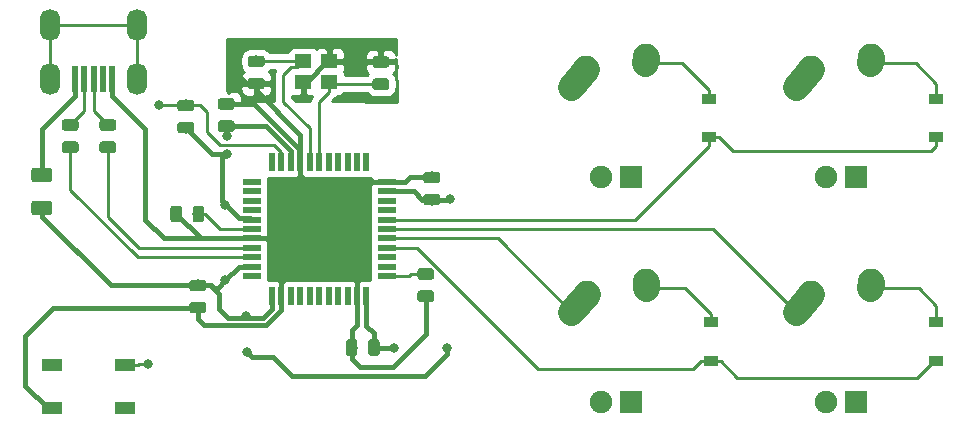
<source format=gbr>
G04 #@! TF.GenerationSoftware,KiCad,Pcbnew,(5.1.4)-1*
G04 #@! TF.CreationDate,2021-05-04T15:53:45+02:00*
G04 #@! TF.ProjectId,techo,74656368-6f2e-46b6-9963-61645f706362,rev?*
G04 #@! TF.SameCoordinates,Original*
G04 #@! TF.FileFunction,Copper,L2,Bot*
G04 #@! TF.FilePolarity,Positive*
%FSLAX46Y46*%
G04 Gerber Fmt 4.6, Leading zero omitted, Abs format (unit mm)*
G04 Created by KiCad (PCBNEW (5.1.4)-1) date 2021-05-04 15:53:45*
%MOMM*%
%LPD*%
G04 APERTURE LIST*
%ADD10O,1.700000X2.700000*%
%ADD11R,0.500000X2.250000*%
%ADD12C,0.100000*%
%ADD13C,0.975000*%
%ADD14R,1.400000X1.200000*%
%ADD15R,0.550000X1.500000*%
%ADD16R,1.500000X0.550000*%
%ADD17R,1.800000X1.100000*%
%ADD18R,1.905000X1.905000*%
%ADD19C,1.905000*%
%ADD20C,2.250000*%
%ADD21C,2.250000*%
%ADD22C,1.250000*%
%ADD23R,1.200000X0.900000*%
%ADD24C,0.800000*%
%ADD25C,0.381000*%
%ADD26C,0.250000*%
%ADD27C,0.254000*%
G04 APERTURE END LIST*
D10*
X59280000Y-33560000D03*
X66580000Y-33560000D03*
X66580000Y-38060000D03*
X59280000Y-38060000D03*
D11*
X61330000Y-38060000D03*
X62130000Y-38060000D03*
X62930000Y-38060000D03*
X63730000Y-38060000D03*
X64530000Y-38060000D03*
D12*
G36*
X70196142Y-48831174D02*
G01*
X70219803Y-48834684D01*
X70243007Y-48840496D01*
X70265529Y-48848554D01*
X70287153Y-48858782D01*
X70307670Y-48871079D01*
X70326883Y-48885329D01*
X70344607Y-48901393D01*
X70360671Y-48919117D01*
X70374921Y-48938330D01*
X70387218Y-48958847D01*
X70397446Y-48980471D01*
X70405504Y-49002993D01*
X70411316Y-49026197D01*
X70414826Y-49049858D01*
X70416000Y-49073750D01*
X70416000Y-49986250D01*
X70414826Y-50010142D01*
X70411316Y-50033803D01*
X70405504Y-50057007D01*
X70397446Y-50079529D01*
X70387218Y-50101153D01*
X70374921Y-50121670D01*
X70360671Y-50140883D01*
X70344607Y-50158607D01*
X70326883Y-50174671D01*
X70307670Y-50188921D01*
X70287153Y-50201218D01*
X70265529Y-50211446D01*
X70243007Y-50219504D01*
X70219803Y-50225316D01*
X70196142Y-50228826D01*
X70172250Y-50230000D01*
X69684750Y-50230000D01*
X69660858Y-50228826D01*
X69637197Y-50225316D01*
X69613993Y-50219504D01*
X69591471Y-50211446D01*
X69569847Y-50201218D01*
X69549330Y-50188921D01*
X69530117Y-50174671D01*
X69512393Y-50158607D01*
X69496329Y-50140883D01*
X69482079Y-50121670D01*
X69469782Y-50101153D01*
X69459554Y-50079529D01*
X69451496Y-50057007D01*
X69445684Y-50033803D01*
X69442174Y-50010142D01*
X69441000Y-49986250D01*
X69441000Y-49073750D01*
X69442174Y-49049858D01*
X69445684Y-49026197D01*
X69451496Y-49002993D01*
X69459554Y-48980471D01*
X69469782Y-48958847D01*
X69482079Y-48938330D01*
X69496329Y-48919117D01*
X69512393Y-48901393D01*
X69530117Y-48885329D01*
X69549330Y-48871079D01*
X69569847Y-48858782D01*
X69591471Y-48848554D01*
X69613993Y-48840496D01*
X69637197Y-48834684D01*
X69660858Y-48831174D01*
X69684750Y-48830000D01*
X70172250Y-48830000D01*
X70196142Y-48831174D01*
X70196142Y-48831174D01*
G37*
D13*
X69928500Y-49530000D03*
D12*
G36*
X72071142Y-48831174D02*
G01*
X72094803Y-48834684D01*
X72118007Y-48840496D01*
X72140529Y-48848554D01*
X72162153Y-48858782D01*
X72182670Y-48871079D01*
X72201883Y-48885329D01*
X72219607Y-48901393D01*
X72235671Y-48919117D01*
X72249921Y-48938330D01*
X72262218Y-48958847D01*
X72272446Y-48980471D01*
X72280504Y-49002993D01*
X72286316Y-49026197D01*
X72289826Y-49049858D01*
X72291000Y-49073750D01*
X72291000Y-49986250D01*
X72289826Y-50010142D01*
X72286316Y-50033803D01*
X72280504Y-50057007D01*
X72272446Y-50079529D01*
X72262218Y-50101153D01*
X72249921Y-50121670D01*
X72235671Y-50140883D01*
X72219607Y-50158607D01*
X72201883Y-50174671D01*
X72182670Y-50188921D01*
X72162153Y-50201218D01*
X72140529Y-50211446D01*
X72118007Y-50219504D01*
X72094803Y-50225316D01*
X72071142Y-50228826D01*
X72047250Y-50230000D01*
X71559750Y-50230000D01*
X71535858Y-50228826D01*
X71512197Y-50225316D01*
X71488993Y-50219504D01*
X71466471Y-50211446D01*
X71444847Y-50201218D01*
X71424330Y-50188921D01*
X71405117Y-50174671D01*
X71387393Y-50158607D01*
X71371329Y-50140883D01*
X71357079Y-50121670D01*
X71344782Y-50101153D01*
X71334554Y-50079529D01*
X71326496Y-50057007D01*
X71320684Y-50033803D01*
X71317174Y-50010142D01*
X71316000Y-49986250D01*
X71316000Y-49073750D01*
X71317174Y-49049858D01*
X71320684Y-49026197D01*
X71326496Y-49002993D01*
X71334554Y-48980471D01*
X71344782Y-48958847D01*
X71357079Y-48938330D01*
X71371329Y-48919117D01*
X71387393Y-48901393D01*
X71405117Y-48885329D01*
X71424330Y-48871079D01*
X71444847Y-48858782D01*
X71466471Y-48848554D01*
X71488993Y-48840496D01*
X71512197Y-48834684D01*
X71535858Y-48831174D01*
X71559750Y-48830000D01*
X72047250Y-48830000D01*
X72071142Y-48831174D01*
X72071142Y-48831174D01*
G37*
D13*
X71803500Y-49530000D03*
D14*
X82888000Y-36615000D03*
X80688000Y-36615000D03*
X80688000Y-38315000D03*
X82888000Y-38315000D03*
D15*
X78042000Y-56500000D03*
X78842000Y-56500000D03*
X79642000Y-56500000D03*
X80442000Y-56500000D03*
X81242000Y-56500000D03*
X82042000Y-56500000D03*
X82842000Y-56500000D03*
X83642000Y-56500000D03*
X84442000Y-56500000D03*
X85242000Y-56500000D03*
X86042000Y-56500000D03*
D16*
X87742000Y-54800000D03*
X87742000Y-54000000D03*
X87742000Y-53200000D03*
X87742000Y-52400000D03*
X87742000Y-51600000D03*
X87742000Y-50800000D03*
X87742000Y-50000000D03*
X87742000Y-49200000D03*
X87742000Y-48400000D03*
X87742000Y-47600000D03*
X87742000Y-46800000D03*
D15*
X86042000Y-45100000D03*
X85242000Y-45100000D03*
X84442000Y-45100000D03*
X83642000Y-45100000D03*
X82842000Y-45100000D03*
X82042000Y-45100000D03*
X81242000Y-45100000D03*
X80442000Y-45100000D03*
X79642000Y-45100000D03*
X78842000Y-45100000D03*
X78042000Y-45100000D03*
D16*
X76342000Y-46800000D03*
X76342000Y-47600000D03*
X76342000Y-48400000D03*
X76342000Y-49200000D03*
X76342000Y-50000000D03*
X76342000Y-50800000D03*
X76342000Y-51600000D03*
X76342000Y-52400000D03*
X76342000Y-53200000D03*
X76342000Y-54000000D03*
X76342000Y-54800000D03*
D17*
X65584000Y-65985000D03*
X59384000Y-62285000D03*
X65584000Y-62285000D03*
X59384000Y-65985000D03*
D12*
G36*
X91539142Y-54123674D02*
G01*
X91562803Y-54127184D01*
X91586007Y-54132996D01*
X91608529Y-54141054D01*
X91630153Y-54151282D01*
X91650670Y-54163579D01*
X91669883Y-54177829D01*
X91687607Y-54193893D01*
X91703671Y-54211617D01*
X91717921Y-54230830D01*
X91730218Y-54251347D01*
X91740446Y-54272971D01*
X91748504Y-54295493D01*
X91754316Y-54318697D01*
X91757826Y-54342358D01*
X91759000Y-54366250D01*
X91759000Y-54853750D01*
X91757826Y-54877642D01*
X91754316Y-54901303D01*
X91748504Y-54924507D01*
X91740446Y-54947029D01*
X91730218Y-54968653D01*
X91717921Y-54989170D01*
X91703671Y-55008383D01*
X91687607Y-55026107D01*
X91669883Y-55042171D01*
X91650670Y-55056421D01*
X91630153Y-55068718D01*
X91608529Y-55078946D01*
X91586007Y-55087004D01*
X91562803Y-55092816D01*
X91539142Y-55096326D01*
X91515250Y-55097500D01*
X90602750Y-55097500D01*
X90578858Y-55096326D01*
X90555197Y-55092816D01*
X90531993Y-55087004D01*
X90509471Y-55078946D01*
X90487847Y-55068718D01*
X90467330Y-55056421D01*
X90448117Y-55042171D01*
X90430393Y-55026107D01*
X90414329Y-55008383D01*
X90400079Y-54989170D01*
X90387782Y-54968653D01*
X90377554Y-54947029D01*
X90369496Y-54924507D01*
X90363684Y-54901303D01*
X90360174Y-54877642D01*
X90359000Y-54853750D01*
X90359000Y-54366250D01*
X90360174Y-54342358D01*
X90363684Y-54318697D01*
X90369496Y-54295493D01*
X90377554Y-54272971D01*
X90387782Y-54251347D01*
X90400079Y-54230830D01*
X90414329Y-54211617D01*
X90430393Y-54193893D01*
X90448117Y-54177829D01*
X90467330Y-54163579D01*
X90487847Y-54151282D01*
X90509471Y-54141054D01*
X90531993Y-54132996D01*
X90555197Y-54127184D01*
X90578858Y-54123674D01*
X90602750Y-54122500D01*
X91515250Y-54122500D01*
X91539142Y-54123674D01*
X91539142Y-54123674D01*
G37*
D13*
X91059000Y-54610000D03*
D12*
G36*
X91539142Y-55998674D02*
G01*
X91562803Y-56002184D01*
X91586007Y-56007996D01*
X91608529Y-56016054D01*
X91630153Y-56026282D01*
X91650670Y-56038579D01*
X91669883Y-56052829D01*
X91687607Y-56068893D01*
X91703671Y-56086617D01*
X91717921Y-56105830D01*
X91730218Y-56126347D01*
X91740446Y-56147971D01*
X91748504Y-56170493D01*
X91754316Y-56193697D01*
X91757826Y-56217358D01*
X91759000Y-56241250D01*
X91759000Y-56728750D01*
X91757826Y-56752642D01*
X91754316Y-56776303D01*
X91748504Y-56799507D01*
X91740446Y-56822029D01*
X91730218Y-56843653D01*
X91717921Y-56864170D01*
X91703671Y-56883383D01*
X91687607Y-56901107D01*
X91669883Y-56917171D01*
X91650670Y-56931421D01*
X91630153Y-56943718D01*
X91608529Y-56953946D01*
X91586007Y-56962004D01*
X91562803Y-56967816D01*
X91539142Y-56971326D01*
X91515250Y-56972500D01*
X90602750Y-56972500D01*
X90578858Y-56971326D01*
X90555197Y-56967816D01*
X90531993Y-56962004D01*
X90509471Y-56953946D01*
X90487847Y-56943718D01*
X90467330Y-56931421D01*
X90448117Y-56917171D01*
X90430393Y-56901107D01*
X90414329Y-56883383D01*
X90400079Y-56864170D01*
X90387782Y-56843653D01*
X90377554Y-56822029D01*
X90369496Y-56799507D01*
X90363684Y-56776303D01*
X90360174Y-56752642D01*
X90359000Y-56728750D01*
X90359000Y-56241250D01*
X90360174Y-56217358D01*
X90363684Y-56193697D01*
X90369496Y-56170493D01*
X90377554Y-56147971D01*
X90387782Y-56126347D01*
X90400079Y-56105830D01*
X90414329Y-56086617D01*
X90430393Y-56068893D01*
X90448117Y-56052829D01*
X90467330Y-56038579D01*
X90487847Y-56026282D01*
X90509471Y-56016054D01*
X90531993Y-56007996D01*
X90555197Y-56002184D01*
X90578858Y-55998674D01*
X90602750Y-55997500D01*
X91515250Y-55997500D01*
X91539142Y-55998674D01*
X91539142Y-55998674D01*
G37*
D13*
X91059000Y-56485000D03*
D12*
G36*
X61440142Y-41502174D02*
G01*
X61463803Y-41505684D01*
X61487007Y-41511496D01*
X61509529Y-41519554D01*
X61531153Y-41529782D01*
X61551670Y-41542079D01*
X61570883Y-41556329D01*
X61588607Y-41572393D01*
X61604671Y-41590117D01*
X61618921Y-41609330D01*
X61631218Y-41629847D01*
X61641446Y-41651471D01*
X61649504Y-41673993D01*
X61655316Y-41697197D01*
X61658826Y-41720858D01*
X61660000Y-41744750D01*
X61660000Y-42232250D01*
X61658826Y-42256142D01*
X61655316Y-42279803D01*
X61649504Y-42303007D01*
X61641446Y-42325529D01*
X61631218Y-42347153D01*
X61618921Y-42367670D01*
X61604671Y-42386883D01*
X61588607Y-42404607D01*
X61570883Y-42420671D01*
X61551670Y-42434921D01*
X61531153Y-42447218D01*
X61509529Y-42457446D01*
X61487007Y-42465504D01*
X61463803Y-42471316D01*
X61440142Y-42474826D01*
X61416250Y-42476000D01*
X60503750Y-42476000D01*
X60479858Y-42474826D01*
X60456197Y-42471316D01*
X60432993Y-42465504D01*
X60410471Y-42457446D01*
X60388847Y-42447218D01*
X60368330Y-42434921D01*
X60349117Y-42420671D01*
X60331393Y-42404607D01*
X60315329Y-42386883D01*
X60301079Y-42367670D01*
X60288782Y-42347153D01*
X60278554Y-42325529D01*
X60270496Y-42303007D01*
X60264684Y-42279803D01*
X60261174Y-42256142D01*
X60260000Y-42232250D01*
X60260000Y-41744750D01*
X60261174Y-41720858D01*
X60264684Y-41697197D01*
X60270496Y-41673993D01*
X60278554Y-41651471D01*
X60288782Y-41629847D01*
X60301079Y-41609330D01*
X60315329Y-41590117D01*
X60331393Y-41572393D01*
X60349117Y-41556329D01*
X60368330Y-41542079D01*
X60388847Y-41529782D01*
X60410471Y-41519554D01*
X60432993Y-41511496D01*
X60456197Y-41505684D01*
X60479858Y-41502174D01*
X60503750Y-41501000D01*
X61416250Y-41501000D01*
X61440142Y-41502174D01*
X61440142Y-41502174D01*
G37*
D13*
X60960000Y-41988500D03*
D12*
G36*
X61440142Y-43377174D02*
G01*
X61463803Y-43380684D01*
X61487007Y-43386496D01*
X61509529Y-43394554D01*
X61531153Y-43404782D01*
X61551670Y-43417079D01*
X61570883Y-43431329D01*
X61588607Y-43447393D01*
X61604671Y-43465117D01*
X61618921Y-43484330D01*
X61631218Y-43504847D01*
X61641446Y-43526471D01*
X61649504Y-43548993D01*
X61655316Y-43572197D01*
X61658826Y-43595858D01*
X61660000Y-43619750D01*
X61660000Y-44107250D01*
X61658826Y-44131142D01*
X61655316Y-44154803D01*
X61649504Y-44178007D01*
X61641446Y-44200529D01*
X61631218Y-44222153D01*
X61618921Y-44242670D01*
X61604671Y-44261883D01*
X61588607Y-44279607D01*
X61570883Y-44295671D01*
X61551670Y-44309921D01*
X61531153Y-44322218D01*
X61509529Y-44332446D01*
X61487007Y-44340504D01*
X61463803Y-44346316D01*
X61440142Y-44349826D01*
X61416250Y-44351000D01*
X60503750Y-44351000D01*
X60479858Y-44349826D01*
X60456197Y-44346316D01*
X60432993Y-44340504D01*
X60410471Y-44332446D01*
X60388847Y-44322218D01*
X60368330Y-44309921D01*
X60349117Y-44295671D01*
X60331393Y-44279607D01*
X60315329Y-44261883D01*
X60301079Y-44242670D01*
X60288782Y-44222153D01*
X60278554Y-44200529D01*
X60270496Y-44178007D01*
X60264684Y-44154803D01*
X60261174Y-44131142D01*
X60260000Y-44107250D01*
X60260000Y-43619750D01*
X60261174Y-43595858D01*
X60264684Y-43572197D01*
X60270496Y-43548993D01*
X60278554Y-43526471D01*
X60288782Y-43504847D01*
X60301079Y-43484330D01*
X60315329Y-43465117D01*
X60331393Y-43447393D01*
X60349117Y-43431329D01*
X60368330Y-43417079D01*
X60388847Y-43404782D01*
X60410471Y-43394554D01*
X60432993Y-43386496D01*
X60456197Y-43380684D01*
X60479858Y-43377174D01*
X60503750Y-43376000D01*
X61416250Y-43376000D01*
X61440142Y-43377174D01*
X61440142Y-43377174D01*
G37*
D13*
X60960000Y-43863500D03*
D12*
G36*
X64615142Y-41502174D02*
G01*
X64638803Y-41505684D01*
X64662007Y-41511496D01*
X64684529Y-41519554D01*
X64706153Y-41529782D01*
X64726670Y-41542079D01*
X64745883Y-41556329D01*
X64763607Y-41572393D01*
X64779671Y-41590117D01*
X64793921Y-41609330D01*
X64806218Y-41629847D01*
X64816446Y-41651471D01*
X64824504Y-41673993D01*
X64830316Y-41697197D01*
X64833826Y-41720858D01*
X64835000Y-41744750D01*
X64835000Y-42232250D01*
X64833826Y-42256142D01*
X64830316Y-42279803D01*
X64824504Y-42303007D01*
X64816446Y-42325529D01*
X64806218Y-42347153D01*
X64793921Y-42367670D01*
X64779671Y-42386883D01*
X64763607Y-42404607D01*
X64745883Y-42420671D01*
X64726670Y-42434921D01*
X64706153Y-42447218D01*
X64684529Y-42457446D01*
X64662007Y-42465504D01*
X64638803Y-42471316D01*
X64615142Y-42474826D01*
X64591250Y-42476000D01*
X63678750Y-42476000D01*
X63654858Y-42474826D01*
X63631197Y-42471316D01*
X63607993Y-42465504D01*
X63585471Y-42457446D01*
X63563847Y-42447218D01*
X63543330Y-42434921D01*
X63524117Y-42420671D01*
X63506393Y-42404607D01*
X63490329Y-42386883D01*
X63476079Y-42367670D01*
X63463782Y-42347153D01*
X63453554Y-42325529D01*
X63445496Y-42303007D01*
X63439684Y-42279803D01*
X63436174Y-42256142D01*
X63435000Y-42232250D01*
X63435000Y-41744750D01*
X63436174Y-41720858D01*
X63439684Y-41697197D01*
X63445496Y-41673993D01*
X63453554Y-41651471D01*
X63463782Y-41629847D01*
X63476079Y-41609330D01*
X63490329Y-41590117D01*
X63506393Y-41572393D01*
X63524117Y-41556329D01*
X63543330Y-41542079D01*
X63563847Y-41529782D01*
X63585471Y-41519554D01*
X63607993Y-41511496D01*
X63631197Y-41505684D01*
X63654858Y-41502174D01*
X63678750Y-41501000D01*
X64591250Y-41501000D01*
X64615142Y-41502174D01*
X64615142Y-41502174D01*
G37*
D13*
X64135000Y-41988500D03*
D12*
G36*
X64615142Y-43377174D02*
G01*
X64638803Y-43380684D01*
X64662007Y-43386496D01*
X64684529Y-43394554D01*
X64706153Y-43404782D01*
X64726670Y-43417079D01*
X64745883Y-43431329D01*
X64763607Y-43447393D01*
X64779671Y-43465117D01*
X64793921Y-43484330D01*
X64806218Y-43504847D01*
X64816446Y-43526471D01*
X64824504Y-43548993D01*
X64830316Y-43572197D01*
X64833826Y-43595858D01*
X64835000Y-43619750D01*
X64835000Y-44107250D01*
X64833826Y-44131142D01*
X64830316Y-44154803D01*
X64824504Y-44178007D01*
X64816446Y-44200529D01*
X64806218Y-44222153D01*
X64793921Y-44242670D01*
X64779671Y-44261883D01*
X64763607Y-44279607D01*
X64745883Y-44295671D01*
X64726670Y-44309921D01*
X64706153Y-44322218D01*
X64684529Y-44332446D01*
X64662007Y-44340504D01*
X64638803Y-44346316D01*
X64615142Y-44349826D01*
X64591250Y-44351000D01*
X63678750Y-44351000D01*
X63654858Y-44349826D01*
X63631197Y-44346316D01*
X63607993Y-44340504D01*
X63585471Y-44332446D01*
X63563847Y-44322218D01*
X63543330Y-44309921D01*
X63524117Y-44295671D01*
X63506393Y-44279607D01*
X63490329Y-44261883D01*
X63476079Y-44242670D01*
X63463782Y-44222153D01*
X63453554Y-44200529D01*
X63445496Y-44178007D01*
X63439684Y-44154803D01*
X63436174Y-44131142D01*
X63435000Y-44107250D01*
X63435000Y-43619750D01*
X63436174Y-43595858D01*
X63439684Y-43572197D01*
X63445496Y-43548993D01*
X63453554Y-43526471D01*
X63463782Y-43504847D01*
X63476079Y-43484330D01*
X63490329Y-43465117D01*
X63506393Y-43447393D01*
X63524117Y-43431329D01*
X63543330Y-43417079D01*
X63563847Y-43404782D01*
X63585471Y-43394554D01*
X63607993Y-43386496D01*
X63631197Y-43380684D01*
X63654858Y-43377174D01*
X63678750Y-43376000D01*
X64591250Y-43376000D01*
X64615142Y-43377174D01*
X64615142Y-43377174D01*
G37*
D13*
X64135000Y-43863500D03*
D12*
G36*
X71219142Y-39851174D02*
G01*
X71242803Y-39854684D01*
X71266007Y-39860496D01*
X71288529Y-39868554D01*
X71310153Y-39878782D01*
X71330670Y-39891079D01*
X71349883Y-39905329D01*
X71367607Y-39921393D01*
X71383671Y-39939117D01*
X71397921Y-39958330D01*
X71410218Y-39978847D01*
X71420446Y-40000471D01*
X71428504Y-40022993D01*
X71434316Y-40046197D01*
X71437826Y-40069858D01*
X71439000Y-40093750D01*
X71439000Y-40581250D01*
X71437826Y-40605142D01*
X71434316Y-40628803D01*
X71428504Y-40652007D01*
X71420446Y-40674529D01*
X71410218Y-40696153D01*
X71397921Y-40716670D01*
X71383671Y-40735883D01*
X71367607Y-40753607D01*
X71349883Y-40769671D01*
X71330670Y-40783921D01*
X71310153Y-40796218D01*
X71288529Y-40806446D01*
X71266007Y-40814504D01*
X71242803Y-40820316D01*
X71219142Y-40823826D01*
X71195250Y-40825000D01*
X70282750Y-40825000D01*
X70258858Y-40823826D01*
X70235197Y-40820316D01*
X70211993Y-40814504D01*
X70189471Y-40806446D01*
X70167847Y-40796218D01*
X70147330Y-40783921D01*
X70128117Y-40769671D01*
X70110393Y-40753607D01*
X70094329Y-40735883D01*
X70080079Y-40716670D01*
X70067782Y-40696153D01*
X70057554Y-40674529D01*
X70049496Y-40652007D01*
X70043684Y-40628803D01*
X70040174Y-40605142D01*
X70039000Y-40581250D01*
X70039000Y-40093750D01*
X70040174Y-40069858D01*
X70043684Y-40046197D01*
X70049496Y-40022993D01*
X70057554Y-40000471D01*
X70067782Y-39978847D01*
X70080079Y-39958330D01*
X70094329Y-39939117D01*
X70110393Y-39921393D01*
X70128117Y-39905329D01*
X70147330Y-39891079D01*
X70167847Y-39878782D01*
X70189471Y-39868554D01*
X70211993Y-39860496D01*
X70235197Y-39854684D01*
X70258858Y-39851174D01*
X70282750Y-39850000D01*
X71195250Y-39850000D01*
X71219142Y-39851174D01*
X71219142Y-39851174D01*
G37*
D13*
X70739000Y-40337500D03*
D12*
G36*
X71219142Y-41726174D02*
G01*
X71242803Y-41729684D01*
X71266007Y-41735496D01*
X71288529Y-41743554D01*
X71310153Y-41753782D01*
X71330670Y-41766079D01*
X71349883Y-41780329D01*
X71367607Y-41796393D01*
X71383671Y-41814117D01*
X71397921Y-41833330D01*
X71410218Y-41853847D01*
X71420446Y-41875471D01*
X71428504Y-41897993D01*
X71434316Y-41921197D01*
X71437826Y-41944858D01*
X71439000Y-41968750D01*
X71439000Y-42456250D01*
X71437826Y-42480142D01*
X71434316Y-42503803D01*
X71428504Y-42527007D01*
X71420446Y-42549529D01*
X71410218Y-42571153D01*
X71397921Y-42591670D01*
X71383671Y-42610883D01*
X71367607Y-42628607D01*
X71349883Y-42644671D01*
X71330670Y-42658921D01*
X71310153Y-42671218D01*
X71288529Y-42681446D01*
X71266007Y-42689504D01*
X71242803Y-42695316D01*
X71219142Y-42698826D01*
X71195250Y-42700000D01*
X70282750Y-42700000D01*
X70258858Y-42698826D01*
X70235197Y-42695316D01*
X70211993Y-42689504D01*
X70189471Y-42681446D01*
X70167847Y-42671218D01*
X70147330Y-42658921D01*
X70128117Y-42644671D01*
X70110393Y-42628607D01*
X70094329Y-42610883D01*
X70080079Y-42591670D01*
X70067782Y-42571153D01*
X70057554Y-42549529D01*
X70049496Y-42527007D01*
X70043684Y-42503803D01*
X70040174Y-42480142D01*
X70039000Y-42456250D01*
X70039000Y-41968750D01*
X70040174Y-41944858D01*
X70043684Y-41921197D01*
X70049496Y-41897993D01*
X70057554Y-41875471D01*
X70067782Y-41853847D01*
X70080079Y-41833330D01*
X70094329Y-41814117D01*
X70110393Y-41796393D01*
X70128117Y-41780329D01*
X70147330Y-41766079D01*
X70167847Y-41753782D01*
X70189471Y-41743554D01*
X70211993Y-41735496D01*
X70235197Y-41729684D01*
X70258858Y-41726174D01*
X70282750Y-41725000D01*
X71195250Y-41725000D01*
X71219142Y-41726174D01*
X71219142Y-41726174D01*
G37*
D13*
X70739000Y-42212500D03*
D18*
X127476250Y-65405000D03*
D19*
X124936250Y-65405000D03*
D20*
X123706250Y-56325000D03*
X123051251Y-57055000D03*
D21*
X122396250Y-57785000D02*
X123706252Y-56325000D01*
D20*
X128746250Y-55245000D03*
X128726250Y-55535000D03*
D21*
X128706250Y-55825000D02*
X128746250Y-55245000D01*
D18*
X108458000Y-65405000D03*
D19*
X105918000Y-65405000D03*
D20*
X104688000Y-56325000D03*
X104033001Y-57055000D03*
D21*
X103378000Y-57785000D02*
X104688002Y-56325000D01*
D20*
X109728000Y-55245000D03*
X109708000Y-55535000D03*
D21*
X109688000Y-55825000D02*
X109728000Y-55245000D01*
D18*
X127476250Y-46355000D03*
D19*
X124936250Y-46355000D03*
D20*
X123706250Y-37275000D03*
X123051251Y-38005000D03*
D21*
X122396250Y-38735000D02*
X123706252Y-37275000D01*
D20*
X128746250Y-36195000D03*
X128726250Y-36485000D03*
D21*
X128706250Y-36775000D02*
X128746250Y-36195000D01*
D18*
X108426250Y-46355000D03*
D19*
X105886250Y-46355000D03*
D20*
X104656250Y-37275000D03*
X104001251Y-38005000D03*
D21*
X103346250Y-38735000D02*
X104656252Y-37275000D01*
D20*
X109696250Y-36195000D03*
X109676250Y-36485000D03*
D21*
X109656250Y-36775000D02*
X109696250Y-36195000D01*
D12*
G36*
X59196504Y-45604204D02*
G01*
X59220773Y-45607804D01*
X59244571Y-45613765D01*
X59267671Y-45622030D01*
X59289849Y-45632520D01*
X59310893Y-45645133D01*
X59330598Y-45659747D01*
X59348777Y-45676223D01*
X59365253Y-45694402D01*
X59379867Y-45714107D01*
X59392480Y-45735151D01*
X59402970Y-45757329D01*
X59411235Y-45780429D01*
X59417196Y-45804227D01*
X59420796Y-45828496D01*
X59422000Y-45853000D01*
X59422000Y-46603000D01*
X59420796Y-46627504D01*
X59417196Y-46651773D01*
X59411235Y-46675571D01*
X59402970Y-46698671D01*
X59392480Y-46720849D01*
X59379867Y-46741893D01*
X59365253Y-46761598D01*
X59348777Y-46779777D01*
X59330598Y-46796253D01*
X59310893Y-46810867D01*
X59289849Y-46823480D01*
X59267671Y-46833970D01*
X59244571Y-46842235D01*
X59220773Y-46848196D01*
X59196504Y-46851796D01*
X59172000Y-46853000D01*
X57922000Y-46853000D01*
X57897496Y-46851796D01*
X57873227Y-46848196D01*
X57849429Y-46842235D01*
X57826329Y-46833970D01*
X57804151Y-46823480D01*
X57783107Y-46810867D01*
X57763402Y-46796253D01*
X57745223Y-46779777D01*
X57728747Y-46761598D01*
X57714133Y-46741893D01*
X57701520Y-46720849D01*
X57691030Y-46698671D01*
X57682765Y-46675571D01*
X57676804Y-46651773D01*
X57673204Y-46627504D01*
X57672000Y-46603000D01*
X57672000Y-45853000D01*
X57673204Y-45828496D01*
X57676804Y-45804227D01*
X57682765Y-45780429D01*
X57691030Y-45757329D01*
X57701520Y-45735151D01*
X57714133Y-45714107D01*
X57728747Y-45694402D01*
X57745223Y-45676223D01*
X57763402Y-45659747D01*
X57783107Y-45645133D01*
X57804151Y-45632520D01*
X57826329Y-45622030D01*
X57849429Y-45613765D01*
X57873227Y-45607804D01*
X57897496Y-45604204D01*
X57922000Y-45603000D01*
X59172000Y-45603000D01*
X59196504Y-45604204D01*
X59196504Y-45604204D01*
G37*
D22*
X58547000Y-46228000D03*
D12*
G36*
X59196504Y-48404204D02*
G01*
X59220773Y-48407804D01*
X59244571Y-48413765D01*
X59267671Y-48422030D01*
X59289849Y-48432520D01*
X59310893Y-48445133D01*
X59330598Y-48459747D01*
X59348777Y-48476223D01*
X59365253Y-48494402D01*
X59379867Y-48514107D01*
X59392480Y-48535151D01*
X59402970Y-48557329D01*
X59411235Y-48580429D01*
X59417196Y-48604227D01*
X59420796Y-48628496D01*
X59422000Y-48653000D01*
X59422000Y-49403000D01*
X59420796Y-49427504D01*
X59417196Y-49451773D01*
X59411235Y-49475571D01*
X59402970Y-49498671D01*
X59392480Y-49520849D01*
X59379867Y-49541893D01*
X59365253Y-49561598D01*
X59348777Y-49579777D01*
X59330598Y-49596253D01*
X59310893Y-49610867D01*
X59289849Y-49623480D01*
X59267671Y-49633970D01*
X59244571Y-49642235D01*
X59220773Y-49648196D01*
X59196504Y-49651796D01*
X59172000Y-49653000D01*
X57922000Y-49653000D01*
X57897496Y-49651796D01*
X57873227Y-49648196D01*
X57849429Y-49642235D01*
X57826329Y-49633970D01*
X57804151Y-49623480D01*
X57783107Y-49610867D01*
X57763402Y-49596253D01*
X57745223Y-49579777D01*
X57728747Y-49561598D01*
X57714133Y-49541893D01*
X57701520Y-49520849D01*
X57691030Y-49498671D01*
X57682765Y-49475571D01*
X57676804Y-49451773D01*
X57673204Y-49427504D01*
X57672000Y-49403000D01*
X57672000Y-48653000D01*
X57673204Y-48628496D01*
X57676804Y-48604227D01*
X57682765Y-48580429D01*
X57691030Y-48557329D01*
X57701520Y-48535151D01*
X57714133Y-48514107D01*
X57728747Y-48494402D01*
X57745223Y-48476223D01*
X57763402Y-48459747D01*
X57783107Y-48445133D01*
X57804151Y-48432520D01*
X57826329Y-48422030D01*
X57849429Y-48413765D01*
X57873227Y-48407804D01*
X57897496Y-48404204D01*
X57922000Y-48403000D01*
X59172000Y-48403000D01*
X59196504Y-48404204D01*
X59196504Y-48404204D01*
G37*
D22*
X58547000Y-49028000D03*
D23*
X134239000Y-58675000D03*
X134239000Y-61975000D03*
X115189000Y-58675000D03*
X115189000Y-61975000D03*
X134239000Y-39752000D03*
X134239000Y-43052000D03*
X115062000Y-39752000D03*
X115062000Y-43052000D03*
D12*
G36*
X72235142Y-56966174D02*
G01*
X72258803Y-56969684D01*
X72282007Y-56975496D01*
X72304529Y-56983554D01*
X72326153Y-56993782D01*
X72346670Y-57006079D01*
X72365883Y-57020329D01*
X72383607Y-57036393D01*
X72399671Y-57054117D01*
X72413921Y-57073330D01*
X72426218Y-57093847D01*
X72436446Y-57115471D01*
X72444504Y-57137993D01*
X72450316Y-57161197D01*
X72453826Y-57184858D01*
X72455000Y-57208750D01*
X72455000Y-57696250D01*
X72453826Y-57720142D01*
X72450316Y-57743803D01*
X72444504Y-57767007D01*
X72436446Y-57789529D01*
X72426218Y-57811153D01*
X72413921Y-57831670D01*
X72399671Y-57850883D01*
X72383607Y-57868607D01*
X72365883Y-57884671D01*
X72346670Y-57898921D01*
X72326153Y-57911218D01*
X72304529Y-57921446D01*
X72282007Y-57929504D01*
X72258803Y-57935316D01*
X72235142Y-57938826D01*
X72211250Y-57940000D01*
X71298750Y-57940000D01*
X71274858Y-57938826D01*
X71251197Y-57935316D01*
X71227993Y-57929504D01*
X71205471Y-57921446D01*
X71183847Y-57911218D01*
X71163330Y-57898921D01*
X71144117Y-57884671D01*
X71126393Y-57868607D01*
X71110329Y-57850883D01*
X71096079Y-57831670D01*
X71083782Y-57811153D01*
X71073554Y-57789529D01*
X71065496Y-57767007D01*
X71059684Y-57743803D01*
X71056174Y-57720142D01*
X71055000Y-57696250D01*
X71055000Y-57208750D01*
X71056174Y-57184858D01*
X71059684Y-57161197D01*
X71065496Y-57137993D01*
X71073554Y-57115471D01*
X71083782Y-57093847D01*
X71096079Y-57073330D01*
X71110329Y-57054117D01*
X71126393Y-57036393D01*
X71144117Y-57020329D01*
X71163330Y-57006079D01*
X71183847Y-56993782D01*
X71205471Y-56983554D01*
X71227993Y-56975496D01*
X71251197Y-56969684D01*
X71274858Y-56966174D01*
X71298750Y-56965000D01*
X72211250Y-56965000D01*
X72235142Y-56966174D01*
X72235142Y-56966174D01*
G37*
D13*
X71755000Y-57452500D03*
D12*
G36*
X72235142Y-55091174D02*
G01*
X72258803Y-55094684D01*
X72282007Y-55100496D01*
X72304529Y-55108554D01*
X72326153Y-55118782D01*
X72346670Y-55131079D01*
X72365883Y-55145329D01*
X72383607Y-55161393D01*
X72399671Y-55179117D01*
X72413921Y-55198330D01*
X72426218Y-55218847D01*
X72436446Y-55240471D01*
X72444504Y-55262993D01*
X72450316Y-55286197D01*
X72453826Y-55309858D01*
X72455000Y-55333750D01*
X72455000Y-55821250D01*
X72453826Y-55845142D01*
X72450316Y-55868803D01*
X72444504Y-55892007D01*
X72436446Y-55914529D01*
X72426218Y-55936153D01*
X72413921Y-55956670D01*
X72399671Y-55975883D01*
X72383607Y-55993607D01*
X72365883Y-56009671D01*
X72346670Y-56023921D01*
X72326153Y-56036218D01*
X72304529Y-56046446D01*
X72282007Y-56054504D01*
X72258803Y-56060316D01*
X72235142Y-56063826D01*
X72211250Y-56065000D01*
X71298750Y-56065000D01*
X71274858Y-56063826D01*
X71251197Y-56060316D01*
X71227993Y-56054504D01*
X71205471Y-56046446D01*
X71183847Y-56036218D01*
X71163330Y-56023921D01*
X71144117Y-56009671D01*
X71126393Y-55993607D01*
X71110329Y-55975883D01*
X71096079Y-55956670D01*
X71083782Y-55936153D01*
X71073554Y-55914529D01*
X71065496Y-55892007D01*
X71059684Y-55868803D01*
X71056174Y-55845142D01*
X71055000Y-55821250D01*
X71055000Y-55333750D01*
X71056174Y-55309858D01*
X71059684Y-55286197D01*
X71065496Y-55262993D01*
X71073554Y-55240471D01*
X71083782Y-55218847D01*
X71096079Y-55198330D01*
X71110329Y-55179117D01*
X71126393Y-55161393D01*
X71144117Y-55145329D01*
X71163330Y-55131079D01*
X71183847Y-55118782D01*
X71205471Y-55108554D01*
X71227993Y-55100496D01*
X71251197Y-55094684D01*
X71274858Y-55091174D01*
X71298750Y-55090000D01*
X72211250Y-55090000D01*
X72235142Y-55091174D01*
X72235142Y-55091174D01*
G37*
D13*
X71755000Y-55577500D03*
D12*
G36*
X85055142Y-60134174D02*
G01*
X85078803Y-60137684D01*
X85102007Y-60143496D01*
X85124529Y-60151554D01*
X85146153Y-60161782D01*
X85166670Y-60174079D01*
X85185883Y-60188329D01*
X85203607Y-60204393D01*
X85219671Y-60222117D01*
X85233921Y-60241330D01*
X85246218Y-60261847D01*
X85256446Y-60283471D01*
X85264504Y-60305993D01*
X85270316Y-60329197D01*
X85273826Y-60352858D01*
X85275000Y-60376750D01*
X85275000Y-61289250D01*
X85273826Y-61313142D01*
X85270316Y-61336803D01*
X85264504Y-61360007D01*
X85256446Y-61382529D01*
X85246218Y-61404153D01*
X85233921Y-61424670D01*
X85219671Y-61443883D01*
X85203607Y-61461607D01*
X85185883Y-61477671D01*
X85166670Y-61491921D01*
X85146153Y-61504218D01*
X85124529Y-61514446D01*
X85102007Y-61522504D01*
X85078803Y-61528316D01*
X85055142Y-61531826D01*
X85031250Y-61533000D01*
X84543750Y-61533000D01*
X84519858Y-61531826D01*
X84496197Y-61528316D01*
X84472993Y-61522504D01*
X84450471Y-61514446D01*
X84428847Y-61504218D01*
X84408330Y-61491921D01*
X84389117Y-61477671D01*
X84371393Y-61461607D01*
X84355329Y-61443883D01*
X84341079Y-61424670D01*
X84328782Y-61404153D01*
X84318554Y-61382529D01*
X84310496Y-61360007D01*
X84304684Y-61336803D01*
X84301174Y-61313142D01*
X84300000Y-61289250D01*
X84300000Y-60376750D01*
X84301174Y-60352858D01*
X84304684Y-60329197D01*
X84310496Y-60305993D01*
X84318554Y-60283471D01*
X84328782Y-60261847D01*
X84341079Y-60241330D01*
X84355329Y-60222117D01*
X84371393Y-60204393D01*
X84389117Y-60188329D01*
X84408330Y-60174079D01*
X84428847Y-60161782D01*
X84450471Y-60151554D01*
X84472993Y-60143496D01*
X84496197Y-60137684D01*
X84519858Y-60134174D01*
X84543750Y-60133000D01*
X85031250Y-60133000D01*
X85055142Y-60134174D01*
X85055142Y-60134174D01*
G37*
D13*
X84787500Y-60833000D03*
D12*
G36*
X86930142Y-60134174D02*
G01*
X86953803Y-60137684D01*
X86977007Y-60143496D01*
X86999529Y-60151554D01*
X87021153Y-60161782D01*
X87041670Y-60174079D01*
X87060883Y-60188329D01*
X87078607Y-60204393D01*
X87094671Y-60222117D01*
X87108921Y-60241330D01*
X87121218Y-60261847D01*
X87131446Y-60283471D01*
X87139504Y-60305993D01*
X87145316Y-60329197D01*
X87148826Y-60352858D01*
X87150000Y-60376750D01*
X87150000Y-61289250D01*
X87148826Y-61313142D01*
X87145316Y-61336803D01*
X87139504Y-61360007D01*
X87131446Y-61382529D01*
X87121218Y-61404153D01*
X87108921Y-61424670D01*
X87094671Y-61443883D01*
X87078607Y-61461607D01*
X87060883Y-61477671D01*
X87041670Y-61491921D01*
X87021153Y-61504218D01*
X86999529Y-61514446D01*
X86977007Y-61522504D01*
X86953803Y-61528316D01*
X86930142Y-61531826D01*
X86906250Y-61533000D01*
X86418750Y-61533000D01*
X86394858Y-61531826D01*
X86371197Y-61528316D01*
X86347993Y-61522504D01*
X86325471Y-61514446D01*
X86303847Y-61504218D01*
X86283330Y-61491921D01*
X86264117Y-61477671D01*
X86246393Y-61461607D01*
X86230329Y-61443883D01*
X86216079Y-61424670D01*
X86203782Y-61404153D01*
X86193554Y-61382529D01*
X86185496Y-61360007D01*
X86179684Y-61336803D01*
X86176174Y-61313142D01*
X86175000Y-61289250D01*
X86175000Y-60376750D01*
X86176174Y-60352858D01*
X86179684Y-60329197D01*
X86185496Y-60305993D01*
X86193554Y-60283471D01*
X86203782Y-60261847D01*
X86216079Y-60241330D01*
X86230329Y-60222117D01*
X86246393Y-60204393D01*
X86264117Y-60188329D01*
X86283330Y-60174079D01*
X86303847Y-60161782D01*
X86325471Y-60151554D01*
X86347993Y-60143496D01*
X86371197Y-60137684D01*
X86394858Y-60134174D01*
X86418750Y-60133000D01*
X86906250Y-60133000D01*
X86930142Y-60134174D01*
X86930142Y-60134174D01*
G37*
D13*
X86662500Y-60833000D03*
D12*
G36*
X92047142Y-45947174D02*
G01*
X92070803Y-45950684D01*
X92094007Y-45956496D01*
X92116529Y-45964554D01*
X92138153Y-45974782D01*
X92158670Y-45987079D01*
X92177883Y-46001329D01*
X92195607Y-46017393D01*
X92211671Y-46035117D01*
X92225921Y-46054330D01*
X92238218Y-46074847D01*
X92248446Y-46096471D01*
X92256504Y-46118993D01*
X92262316Y-46142197D01*
X92265826Y-46165858D01*
X92267000Y-46189750D01*
X92267000Y-46677250D01*
X92265826Y-46701142D01*
X92262316Y-46724803D01*
X92256504Y-46748007D01*
X92248446Y-46770529D01*
X92238218Y-46792153D01*
X92225921Y-46812670D01*
X92211671Y-46831883D01*
X92195607Y-46849607D01*
X92177883Y-46865671D01*
X92158670Y-46879921D01*
X92138153Y-46892218D01*
X92116529Y-46902446D01*
X92094007Y-46910504D01*
X92070803Y-46916316D01*
X92047142Y-46919826D01*
X92023250Y-46921000D01*
X91110750Y-46921000D01*
X91086858Y-46919826D01*
X91063197Y-46916316D01*
X91039993Y-46910504D01*
X91017471Y-46902446D01*
X90995847Y-46892218D01*
X90975330Y-46879921D01*
X90956117Y-46865671D01*
X90938393Y-46849607D01*
X90922329Y-46831883D01*
X90908079Y-46812670D01*
X90895782Y-46792153D01*
X90885554Y-46770529D01*
X90877496Y-46748007D01*
X90871684Y-46724803D01*
X90868174Y-46701142D01*
X90867000Y-46677250D01*
X90867000Y-46189750D01*
X90868174Y-46165858D01*
X90871684Y-46142197D01*
X90877496Y-46118993D01*
X90885554Y-46096471D01*
X90895782Y-46074847D01*
X90908079Y-46054330D01*
X90922329Y-46035117D01*
X90938393Y-46017393D01*
X90956117Y-46001329D01*
X90975330Y-45987079D01*
X90995847Y-45974782D01*
X91017471Y-45964554D01*
X91039993Y-45956496D01*
X91063197Y-45950684D01*
X91086858Y-45947174D01*
X91110750Y-45946000D01*
X92023250Y-45946000D01*
X92047142Y-45947174D01*
X92047142Y-45947174D01*
G37*
D13*
X91567000Y-46433500D03*
D12*
G36*
X92047142Y-47822174D02*
G01*
X92070803Y-47825684D01*
X92094007Y-47831496D01*
X92116529Y-47839554D01*
X92138153Y-47849782D01*
X92158670Y-47862079D01*
X92177883Y-47876329D01*
X92195607Y-47892393D01*
X92211671Y-47910117D01*
X92225921Y-47929330D01*
X92238218Y-47949847D01*
X92248446Y-47971471D01*
X92256504Y-47993993D01*
X92262316Y-48017197D01*
X92265826Y-48040858D01*
X92267000Y-48064750D01*
X92267000Y-48552250D01*
X92265826Y-48576142D01*
X92262316Y-48599803D01*
X92256504Y-48623007D01*
X92248446Y-48645529D01*
X92238218Y-48667153D01*
X92225921Y-48687670D01*
X92211671Y-48706883D01*
X92195607Y-48724607D01*
X92177883Y-48740671D01*
X92158670Y-48754921D01*
X92138153Y-48767218D01*
X92116529Y-48777446D01*
X92094007Y-48785504D01*
X92070803Y-48791316D01*
X92047142Y-48794826D01*
X92023250Y-48796000D01*
X91110750Y-48796000D01*
X91086858Y-48794826D01*
X91063197Y-48791316D01*
X91039993Y-48785504D01*
X91017471Y-48777446D01*
X90995847Y-48767218D01*
X90975330Y-48754921D01*
X90956117Y-48740671D01*
X90938393Y-48724607D01*
X90922329Y-48706883D01*
X90908079Y-48687670D01*
X90895782Y-48667153D01*
X90885554Y-48645529D01*
X90877496Y-48623007D01*
X90871684Y-48599803D01*
X90868174Y-48576142D01*
X90867000Y-48552250D01*
X90867000Y-48064750D01*
X90868174Y-48040858D01*
X90871684Y-48017197D01*
X90877496Y-47993993D01*
X90885554Y-47971471D01*
X90895782Y-47949847D01*
X90908079Y-47929330D01*
X90922329Y-47910117D01*
X90938393Y-47892393D01*
X90956117Y-47876329D01*
X90975330Y-47862079D01*
X90995847Y-47849782D01*
X91017471Y-47839554D01*
X91039993Y-47831496D01*
X91063197Y-47825684D01*
X91086858Y-47822174D01*
X91110750Y-47821000D01*
X92023250Y-47821000D01*
X92047142Y-47822174D01*
X92047142Y-47822174D01*
G37*
D13*
X91567000Y-48308500D03*
D12*
G36*
X74648142Y-39724174D02*
G01*
X74671803Y-39727684D01*
X74695007Y-39733496D01*
X74717529Y-39741554D01*
X74739153Y-39751782D01*
X74759670Y-39764079D01*
X74778883Y-39778329D01*
X74796607Y-39794393D01*
X74812671Y-39812117D01*
X74826921Y-39831330D01*
X74839218Y-39851847D01*
X74849446Y-39873471D01*
X74857504Y-39895993D01*
X74863316Y-39919197D01*
X74866826Y-39942858D01*
X74868000Y-39966750D01*
X74868000Y-40454250D01*
X74866826Y-40478142D01*
X74863316Y-40501803D01*
X74857504Y-40525007D01*
X74849446Y-40547529D01*
X74839218Y-40569153D01*
X74826921Y-40589670D01*
X74812671Y-40608883D01*
X74796607Y-40626607D01*
X74778883Y-40642671D01*
X74759670Y-40656921D01*
X74739153Y-40669218D01*
X74717529Y-40679446D01*
X74695007Y-40687504D01*
X74671803Y-40693316D01*
X74648142Y-40696826D01*
X74624250Y-40698000D01*
X73711750Y-40698000D01*
X73687858Y-40696826D01*
X73664197Y-40693316D01*
X73640993Y-40687504D01*
X73618471Y-40679446D01*
X73596847Y-40669218D01*
X73576330Y-40656921D01*
X73557117Y-40642671D01*
X73539393Y-40626607D01*
X73523329Y-40608883D01*
X73509079Y-40589670D01*
X73496782Y-40569153D01*
X73486554Y-40547529D01*
X73478496Y-40525007D01*
X73472684Y-40501803D01*
X73469174Y-40478142D01*
X73468000Y-40454250D01*
X73468000Y-39966750D01*
X73469174Y-39942858D01*
X73472684Y-39919197D01*
X73478496Y-39895993D01*
X73486554Y-39873471D01*
X73496782Y-39851847D01*
X73509079Y-39831330D01*
X73523329Y-39812117D01*
X73539393Y-39794393D01*
X73557117Y-39778329D01*
X73576330Y-39764079D01*
X73596847Y-39751782D01*
X73618471Y-39741554D01*
X73640993Y-39733496D01*
X73664197Y-39727684D01*
X73687858Y-39724174D01*
X73711750Y-39723000D01*
X74624250Y-39723000D01*
X74648142Y-39724174D01*
X74648142Y-39724174D01*
G37*
D13*
X74168000Y-40210500D03*
D12*
G36*
X74648142Y-41599174D02*
G01*
X74671803Y-41602684D01*
X74695007Y-41608496D01*
X74717529Y-41616554D01*
X74739153Y-41626782D01*
X74759670Y-41639079D01*
X74778883Y-41653329D01*
X74796607Y-41669393D01*
X74812671Y-41687117D01*
X74826921Y-41706330D01*
X74839218Y-41726847D01*
X74849446Y-41748471D01*
X74857504Y-41770993D01*
X74863316Y-41794197D01*
X74866826Y-41817858D01*
X74868000Y-41841750D01*
X74868000Y-42329250D01*
X74866826Y-42353142D01*
X74863316Y-42376803D01*
X74857504Y-42400007D01*
X74849446Y-42422529D01*
X74839218Y-42444153D01*
X74826921Y-42464670D01*
X74812671Y-42483883D01*
X74796607Y-42501607D01*
X74778883Y-42517671D01*
X74759670Y-42531921D01*
X74739153Y-42544218D01*
X74717529Y-42554446D01*
X74695007Y-42562504D01*
X74671803Y-42568316D01*
X74648142Y-42571826D01*
X74624250Y-42573000D01*
X73711750Y-42573000D01*
X73687858Y-42571826D01*
X73664197Y-42568316D01*
X73640993Y-42562504D01*
X73618471Y-42554446D01*
X73596847Y-42544218D01*
X73576330Y-42531921D01*
X73557117Y-42517671D01*
X73539393Y-42501607D01*
X73523329Y-42483883D01*
X73509079Y-42464670D01*
X73496782Y-42444153D01*
X73486554Y-42422529D01*
X73478496Y-42400007D01*
X73472684Y-42376803D01*
X73469174Y-42353142D01*
X73468000Y-42329250D01*
X73468000Y-41841750D01*
X73469174Y-41817858D01*
X73472684Y-41794197D01*
X73478496Y-41770993D01*
X73486554Y-41748471D01*
X73496782Y-41726847D01*
X73509079Y-41706330D01*
X73523329Y-41687117D01*
X73539393Y-41669393D01*
X73557117Y-41653329D01*
X73576330Y-41639079D01*
X73596847Y-41626782D01*
X73618471Y-41616554D01*
X73640993Y-41608496D01*
X73664197Y-41602684D01*
X73687858Y-41599174D01*
X73711750Y-41598000D01*
X74624250Y-41598000D01*
X74648142Y-41599174D01*
X74648142Y-41599174D01*
G37*
D13*
X74168000Y-42085500D03*
D12*
G36*
X77188142Y-37994674D02*
G01*
X77211803Y-37998184D01*
X77235007Y-38003996D01*
X77257529Y-38012054D01*
X77279153Y-38022282D01*
X77299670Y-38034579D01*
X77318883Y-38048829D01*
X77336607Y-38064893D01*
X77352671Y-38082617D01*
X77366921Y-38101830D01*
X77379218Y-38122347D01*
X77389446Y-38143971D01*
X77397504Y-38166493D01*
X77403316Y-38189697D01*
X77406826Y-38213358D01*
X77408000Y-38237250D01*
X77408000Y-38724750D01*
X77406826Y-38748642D01*
X77403316Y-38772303D01*
X77397504Y-38795507D01*
X77389446Y-38818029D01*
X77379218Y-38839653D01*
X77366921Y-38860170D01*
X77352671Y-38879383D01*
X77336607Y-38897107D01*
X77318883Y-38913171D01*
X77299670Y-38927421D01*
X77279153Y-38939718D01*
X77257529Y-38949946D01*
X77235007Y-38958004D01*
X77211803Y-38963816D01*
X77188142Y-38967326D01*
X77164250Y-38968500D01*
X76251750Y-38968500D01*
X76227858Y-38967326D01*
X76204197Y-38963816D01*
X76180993Y-38958004D01*
X76158471Y-38949946D01*
X76136847Y-38939718D01*
X76116330Y-38927421D01*
X76097117Y-38913171D01*
X76079393Y-38897107D01*
X76063329Y-38879383D01*
X76049079Y-38860170D01*
X76036782Y-38839653D01*
X76026554Y-38818029D01*
X76018496Y-38795507D01*
X76012684Y-38772303D01*
X76009174Y-38748642D01*
X76008000Y-38724750D01*
X76008000Y-38237250D01*
X76009174Y-38213358D01*
X76012684Y-38189697D01*
X76018496Y-38166493D01*
X76026554Y-38143971D01*
X76036782Y-38122347D01*
X76049079Y-38101830D01*
X76063329Y-38082617D01*
X76079393Y-38064893D01*
X76097117Y-38048829D01*
X76116330Y-38034579D01*
X76136847Y-38022282D01*
X76158471Y-38012054D01*
X76180993Y-38003996D01*
X76204197Y-37998184D01*
X76227858Y-37994674D01*
X76251750Y-37993500D01*
X77164250Y-37993500D01*
X77188142Y-37994674D01*
X77188142Y-37994674D01*
G37*
D13*
X76708000Y-38481000D03*
D12*
G36*
X77188142Y-36119674D02*
G01*
X77211803Y-36123184D01*
X77235007Y-36128996D01*
X77257529Y-36137054D01*
X77279153Y-36147282D01*
X77299670Y-36159579D01*
X77318883Y-36173829D01*
X77336607Y-36189893D01*
X77352671Y-36207617D01*
X77366921Y-36226830D01*
X77379218Y-36247347D01*
X77389446Y-36268971D01*
X77397504Y-36291493D01*
X77403316Y-36314697D01*
X77406826Y-36338358D01*
X77408000Y-36362250D01*
X77408000Y-36849750D01*
X77406826Y-36873642D01*
X77403316Y-36897303D01*
X77397504Y-36920507D01*
X77389446Y-36943029D01*
X77379218Y-36964653D01*
X77366921Y-36985170D01*
X77352671Y-37004383D01*
X77336607Y-37022107D01*
X77318883Y-37038171D01*
X77299670Y-37052421D01*
X77279153Y-37064718D01*
X77257529Y-37074946D01*
X77235007Y-37083004D01*
X77211803Y-37088816D01*
X77188142Y-37092326D01*
X77164250Y-37093500D01*
X76251750Y-37093500D01*
X76227858Y-37092326D01*
X76204197Y-37088816D01*
X76180993Y-37083004D01*
X76158471Y-37074946D01*
X76136847Y-37064718D01*
X76116330Y-37052421D01*
X76097117Y-37038171D01*
X76079393Y-37022107D01*
X76063329Y-37004383D01*
X76049079Y-36985170D01*
X76036782Y-36964653D01*
X76026554Y-36943029D01*
X76018496Y-36920507D01*
X76012684Y-36897303D01*
X76009174Y-36873642D01*
X76008000Y-36849750D01*
X76008000Y-36362250D01*
X76009174Y-36338358D01*
X76012684Y-36314697D01*
X76018496Y-36291493D01*
X76026554Y-36268971D01*
X76036782Y-36247347D01*
X76049079Y-36226830D01*
X76063329Y-36207617D01*
X76079393Y-36189893D01*
X76097117Y-36173829D01*
X76116330Y-36159579D01*
X76136847Y-36147282D01*
X76158471Y-36137054D01*
X76180993Y-36128996D01*
X76204197Y-36123184D01*
X76227858Y-36119674D01*
X76251750Y-36118500D01*
X77164250Y-36118500D01*
X77188142Y-36119674D01*
X77188142Y-36119674D01*
G37*
D13*
X76708000Y-36606000D03*
D12*
G36*
X87729142Y-36168174D02*
G01*
X87752803Y-36171684D01*
X87776007Y-36177496D01*
X87798529Y-36185554D01*
X87820153Y-36195782D01*
X87840670Y-36208079D01*
X87859883Y-36222329D01*
X87877607Y-36238393D01*
X87893671Y-36256117D01*
X87907921Y-36275330D01*
X87920218Y-36295847D01*
X87930446Y-36317471D01*
X87938504Y-36339993D01*
X87944316Y-36363197D01*
X87947826Y-36386858D01*
X87949000Y-36410750D01*
X87949000Y-36898250D01*
X87947826Y-36922142D01*
X87944316Y-36945803D01*
X87938504Y-36969007D01*
X87930446Y-36991529D01*
X87920218Y-37013153D01*
X87907921Y-37033670D01*
X87893671Y-37052883D01*
X87877607Y-37070607D01*
X87859883Y-37086671D01*
X87840670Y-37100921D01*
X87820153Y-37113218D01*
X87798529Y-37123446D01*
X87776007Y-37131504D01*
X87752803Y-37137316D01*
X87729142Y-37140826D01*
X87705250Y-37142000D01*
X86792750Y-37142000D01*
X86768858Y-37140826D01*
X86745197Y-37137316D01*
X86721993Y-37131504D01*
X86699471Y-37123446D01*
X86677847Y-37113218D01*
X86657330Y-37100921D01*
X86638117Y-37086671D01*
X86620393Y-37070607D01*
X86604329Y-37052883D01*
X86590079Y-37033670D01*
X86577782Y-37013153D01*
X86567554Y-36991529D01*
X86559496Y-36969007D01*
X86553684Y-36945803D01*
X86550174Y-36922142D01*
X86549000Y-36898250D01*
X86549000Y-36410750D01*
X86550174Y-36386858D01*
X86553684Y-36363197D01*
X86559496Y-36339993D01*
X86567554Y-36317471D01*
X86577782Y-36295847D01*
X86590079Y-36275330D01*
X86604329Y-36256117D01*
X86620393Y-36238393D01*
X86638117Y-36222329D01*
X86657330Y-36208079D01*
X86677847Y-36195782D01*
X86699471Y-36185554D01*
X86721993Y-36177496D01*
X86745197Y-36171684D01*
X86768858Y-36168174D01*
X86792750Y-36167000D01*
X87705250Y-36167000D01*
X87729142Y-36168174D01*
X87729142Y-36168174D01*
G37*
D13*
X87249000Y-36654500D03*
D12*
G36*
X87729142Y-38043174D02*
G01*
X87752803Y-38046684D01*
X87776007Y-38052496D01*
X87798529Y-38060554D01*
X87820153Y-38070782D01*
X87840670Y-38083079D01*
X87859883Y-38097329D01*
X87877607Y-38113393D01*
X87893671Y-38131117D01*
X87907921Y-38150330D01*
X87920218Y-38170847D01*
X87930446Y-38192471D01*
X87938504Y-38214993D01*
X87944316Y-38238197D01*
X87947826Y-38261858D01*
X87949000Y-38285750D01*
X87949000Y-38773250D01*
X87947826Y-38797142D01*
X87944316Y-38820803D01*
X87938504Y-38844007D01*
X87930446Y-38866529D01*
X87920218Y-38888153D01*
X87907921Y-38908670D01*
X87893671Y-38927883D01*
X87877607Y-38945607D01*
X87859883Y-38961671D01*
X87840670Y-38975921D01*
X87820153Y-38988218D01*
X87798529Y-38998446D01*
X87776007Y-39006504D01*
X87752803Y-39012316D01*
X87729142Y-39015826D01*
X87705250Y-39017000D01*
X86792750Y-39017000D01*
X86768858Y-39015826D01*
X86745197Y-39012316D01*
X86721993Y-39006504D01*
X86699471Y-38998446D01*
X86677847Y-38988218D01*
X86657330Y-38975921D01*
X86638117Y-38961671D01*
X86620393Y-38945607D01*
X86604329Y-38927883D01*
X86590079Y-38908670D01*
X86577782Y-38888153D01*
X86567554Y-38866529D01*
X86559496Y-38844007D01*
X86553684Y-38820803D01*
X86550174Y-38797142D01*
X86549000Y-38773250D01*
X86549000Y-38285750D01*
X86550174Y-38261858D01*
X86553684Y-38238197D01*
X86559496Y-38214993D01*
X86567554Y-38192471D01*
X86577782Y-38170847D01*
X86590079Y-38150330D01*
X86604329Y-38131117D01*
X86620393Y-38113393D01*
X86638117Y-38097329D01*
X86657330Y-38083079D01*
X86677847Y-38070782D01*
X86699471Y-38060554D01*
X86721993Y-38052496D01*
X86745197Y-38046684D01*
X86768858Y-38043174D01*
X86792750Y-38042000D01*
X87705250Y-38042000D01*
X87729142Y-38043174D01*
X87729142Y-38043174D01*
G37*
D13*
X87249000Y-38529500D03*
D24*
X74240000Y-42963000D03*
X74240000Y-44413000D03*
X88392000Y-60833000D03*
X92837000Y-60833000D03*
X75872990Y-58137500D03*
X75946000Y-61214000D03*
X74067000Y-55144000D03*
X74067000Y-48794000D03*
X93091000Y-48260000D03*
X67564000Y-62230000D03*
X68453000Y-40259000D03*
D25*
X80442000Y-43969000D02*
X80442000Y-45100000D01*
X80442000Y-42802500D02*
X80442000Y-43969000D01*
X76708000Y-38481000D02*
X76708000Y-39068500D01*
X80307501Y-44965501D02*
X80442000Y-45100000D01*
X80307501Y-44037599D02*
X80307501Y-44965501D01*
X74168000Y-40210500D02*
X76480402Y-40210500D01*
X76480402Y-40210500D02*
X80307501Y-44037599D01*
X82888000Y-35634000D02*
X82306000Y-35052000D01*
X82888000Y-36615000D02*
X82888000Y-35634000D01*
X82306000Y-35052000D02*
X75438000Y-35052000D01*
X75438000Y-35052000D02*
X74803000Y-35687000D01*
X75908000Y-38481000D02*
X74803000Y-37376000D01*
X76708000Y-38481000D02*
X75908000Y-38481000D01*
X74803000Y-37376000D02*
X74803000Y-35687000D01*
X80990902Y-38315000D02*
X80688000Y-38315000D01*
X82690902Y-36615000D02*
X80990902Y-38315000D01*
X82888000Y-36615000D02*
X82690902Y-36615000D01*
X87209500Y-36615000D02*
X87249000Y-36654500D01*
X82888000Y-36615000D02*
X87209500Y-36615000D01*
X84787500Y-60833000D02*
X84787500Y-59357500D01*
X85242000Y-58903000D02*
X85242000Y-56500000D01*
X84787500Y-59357500D02*
X85242000Y-58903000D01*
X91567000Y-46433500D02*
X89710500Y-46433500D01*
X89344000Y-46800000D02*
X87742000Y-46800000D01*
X89710500Y-46433500D02*
X89344000Y-46800000D01*
X91059000Y-57072500D02*
X91059000Y-59690000D01*
X91059000Y-56485000D02*
X91059000Y-57072500D01*
X91059000Y-59690000D02*
X88265000Y-62484000D01*
X84787500Y-60833000D02*
X84787500Y-61800500D01*
X85471000Y-62484000D02*
X86614000Y-62484000D01*
X84787500Y-61800500D02*
X85471000Y-62484000D01*
X88265000Y-62484000D02*
X86614000Y-62484000D01*
X86614000Y-62484000D02*
X86438500Y-62484000D01*
X71755000Y-57452500D02*
X71755000Y-58420000D01*
X71755000Y-58420000D02*
X72263000Y-58928000D01*
X78842000Y-57631000D02*
X78842000Y-56500000D01*
X77545000Y-58928000D02*
X78842000Y-57631000D01*
X72263000Y-58928000D02*
X77545000Y-58928000D01*
X71998500Y-51600000D02*
X76342000Y-51600000D01*
X69928500Y-49530000D02*
X71998500Y-51600000D01*
X68872000Y-51600000D02*
X71998500Y-51600000D01*
X67310000Y-50038000D02*
X68872000Y-51600000D01*
X76708000Y-39068500D02*
X80442000Y-42802500D01*
X59034000Y-65985000D02*
X57150000Y-64101000D01*
X59384000Y-65985000D02*
X59034000Y-65985000D01*
X57150000Y-64101000D02*
X57150000Y-59817000D01*
X59514500Y-57452500D02*
X71755000Y-57452500D01*
X57150000Y-59817000D02*
X59514500Y-57452500D01*
X86611000Y-46800000D02*
X87742000Y-46800000D01*
X80442000Y-46231000D02*
X81011000Y-46800000D01*
X80442000Y-45100000D02*
X80442000Y-46231000D01*
X85242000Y-56500000D02*
X85242000Y-55270000D01*
X83122000Y-53150000D02*
X83122000Y-46800000D01*
X85242000Y-55270000D02*
X83122000Y-53150000D01*
X81011000Y-46800000D02*
X83122000Y-46800000D01*
X83122000Y-46800000D02*
X86611000Y-46800000D01*
X78842000Y-55369000D02*
X78842000Y-56500000D01*
X81061000Y-53150000D02*
X78842000Y-55369000D01*
X83122000Y-53150000D02*
X81061000Y-53150000D01*
X79511000Y-51600000D02*
X76342000Y-51600000D01*
X81061000Y-53150000D02*
X79511000Y-51600000D01*
X64530000Y-38060000D02*
X64530000Y-39566000D01*
X67310000Y-42346000D02*
X67310000Y-44180000D01*
X64530000Y-39566000D02*
X67310000Y-42346000D01*
X67310000Y-43680000D02*
X67310000Y-44180000D01*
X67310000Y-44180000D02*
X67310000Y-50038000D01*
D26*
X83102500Y-38529500D02*
X82888000Y-38315000D01*
X87249000Y-38529500D02*
X83102500Y-38529500D01*
X82042000Y-44100000D02*
X82042000Y-45100000D01*
X82042000Y-40011000D02*
X82042000Y-44100000D01*
X82888000Y-39165000D02*
X82042000Y-40011000D01*
X82888000Y-38315000D02*
X82888000Y-39165000D01*
X80679000Y-36606000D02*
X80688000Y-36615000D01*
X76708000Y-36606000D02*
X80679000Y-36606000D01*
X81242000Y-42253000D02*
X81242000Y-45100000D01*
X80588000Y-36615000D02*
X80119000Y-37084000D01*
X80688000Y-36615000D02*
X80588000Y-36615000D01*
X80119000Y-37084000D02*
X79629000Y-37084000D01*
X79629000Y-37084000D02*
X78994000Y-37719000D01*
X78994000Y-37719000D02*
X78994000Y-40005000D01*
X78994000Y-40005000D02*
X81242000Y-42253000D01*
X75342000Y-50800000D02*
X76342000Y-50800000D01*
X73661000Y-50800000D02*
X75342000Y-50800000D01*
X72391000Y-49530000D02*
X73661000Y-50800000D01*
X71803500Y-49530000D02*
X72391000Y-49530000D01*
D25*
X74168000Y-42085500D02*
X77518500Y-42085500D01*
X79642000Y-44209000D02*
X79642000Y-45100000D01*
X77518500Y-42085500D02*
X79642000Y-44209000D01*
X86662500Y-60833000D02*
X86662500Y-59611500D01*
X86042000Y-58991000D02*
X86042000Y-56500000D01*
X86662500Y-59611500D02*
X86042000Y-58991000D01*
X90058500Y-47600000D02*
X87742000Y-47600000D01*
X91567000Y-48308500D02*
X90767000Y-48308500D01*
X90767000Y-48308500D02*
X90058500Y-47600000D01*
X78042000Y-57594000D02*
X78042000Y-56500000D01*
X71755000Y-55577500D02*
X72849500Y-55577500D01*
X73533000Y-56261000D02*
X73533000Y-57531000D01*
X73533000Y-57531000D02*
X74348990Y-58346990D01*
X77289010Y-58346990D02*
X78042000Y-57594000D01*
X70955000Y-55577500D02*
X71755000Y-55577500D01*
X64371500Y-55577500D02*
X70955000Y-55577500D01*
X58547000Y-49753000D02*
X64371500Y-55577500D01*
X58547000Y-49028000D02*
X58547000Y-49753000D01*
X74168000Y-42085500D02*
X74168000Y-42673000D01*
X74168000Y-42673000D02*
X74168000Y-42891000D01*
X74168000Y-42891000D02*
X74240000Y-42963000D01*
X72939500Y-44413000D02*
X70739000Y-42212500D01*
X74240000Y-44413000D02*
X72939500Y-44413000D01*
X86662500Y-60833000D02*
X88392000Y-60833000D01*
X76207501Y-49865501D02*
X76342000Y-50000000D01*
X75279599Y-49865501D02*
X76207501Y-49865501D01*
X73840001Y-48425903D02*
X75279599Y-49865501D01*
X74240000Y-44413000D02*
X73840001Y-44812999D01*
X73840001Y-44812999D02*
X73840001Y-48425903D01*
X73458000Y-55753000D02*
X73025000Y-55753000D01*
X76342000Y-54000000D02*
X75211000Y-54000000D01*
X72849500Y-55577500D02*
X73025000Y-55753000D01*
X73025000Y-55753000D02*
X73533000Y-56261000D01*
X92837000Y-61398685D02*
X90989685Y-63246000D01*
X92837000Y-60833000D02*
X92837000Y-61398685D01*
X75872990Y-58346990D02*
X75872990Y-58137500D01*
X75872990Y-58346990D02*
X77289010Y-58346990D01*
X74348990Y-58346990D02*
X75872990Y-58346990D01*
X76345999Y-61613999D02*
X78123999Y-61613999D01*
X75946000Y-61214000D02*
X76345999Y-61613999D01*
X79756000Y-63246000D02*
X90989685Y-63246000D01*
X78123999Y-61613999D02*
X79756000Y-63246000D01*
X74067000Y-55144000D02*
X73458000Y-55753000D01*
X75211000Y-54000000D02*
X74067000Y-55144000D01*
X91567000Y-48308500D02*
X93042500Y-48308500D01*
X93042500Y-48308500D02*
X93091000Y-48260000D01*
D26*
X115062000Y-39752000D02*
X115062000Y-39052000D01*
X112785000Y-36775000D02*
X113633500Y-37623500D01*
X109656250Y-36775000D02*
X112785000Y-36775000D01*
X115062000Y-39052000D02*
X113633500Y-37623500D01*
X113633500Y-37623500D02*
X113094000Y-37084000D01*
X134239000Y-43752000D02*
X133795000Y-44196000D01*
X134239000Y-43052000D02*
X134239000Y-43752000D01*
X115912000Y-43052000D02*
X115062000Y-43052000D01*
X117056000Y-44196000D02*
X115912000Y-43052000D01*
X133795000Y-44196000D02*
X117056000Y-44196000D01*
X88742000Y-50000000D02*
X87742000Y-50000000D01*
X108814000Y-50000000D02*
X88742000Y-50000000D01*
X115062000Y-43752000D02*
X108814000Y-50000000D01*
X115062000Y-43052000D02*
X115062000Y-43752000D01*
X128706250Y-36775000D02*
X132533000Y-36775000D01*
X134239000Y-38481000D02*
X134239000Y-39752000D01*
X132533000Y-36775000D02*
X134239000Y-38481000D01*
X113039000Y-55825000D02*
X112086000Y-55825000D01*
X115189000Y-57975000D02*
X113039000Y-55825000D01*
X115189000Y-58675000D02*
X115189000Y-57975000D01*
X109688000Y-55825000D02*
X112086000Y-55825000D01*
X112086000Y-55825000D02*
X112594000Y-55825000D01*
X134089000Y-61975000D02*
X132691000Y-63373000D01*
X134239000Y-61975000D02*
X134089000Y-61975000D01*
X116039000Y-61975000D02*
X115189000Y-61975000D01*
X117437000Y-63373000D02*
X116039000Y-61975000D01*
X132691000Y-63373000D02*
X117437000Y-63373000D01*
X88742000Y-52400000D02*
X87742000Y-52400000D01*
X90353350Y-52400000D02*
X88742000Y-52400000D01*
X100597251Y-62643901D02*
X90353350Y-52400000D01*
X113670099Y-62643901D02*
X100597251Y-62643901D01*
X114339000Y-61975000D02*
X113670099Y-62643901D01*
X115189000Y-61975000D02*
X114339000Y-61975000D01*
X128706250Y-55825000D02*
X132787000Y-55825000D01*
X134239000Y-57277000D02*
X134239000Y-58675000D01*
X132787000Y-55825000D02*
X134239000Y-57277000D01*
D25*
X61330000Y-39566000D02*
X58547000Y-42349000D01*
X61330000Y-38060000D02*
X61330000Y-39566000D01*
X58547000Y-42349000D02*
X58547000Y-43587000D01*
X58547000Y-46228000D02*
X58547000Y-43587000D01*
X58547000Y-43587000D02*
X58547000Y-42813000D01*
D26*
X97193000Y-51600000D02*
X87742000Y-51600000D01*
X103378000Y-57785000D02*
X97193000Y-51600000D01*
X115411250Y-50800000D02*
X87742000Y-50800000D01*
X122396250Y-57785000D02*
X115411250Y-50800000D01*
X78842000Y-44289998D02*
X78842000Y-45100000D01*
X71960500Y-40337500D02*
X72517000Y-40894000D01*
X70739000Y-40337500D02*
X71960500Y-40337500D01*
X72517000Y-42545000D02*
X73660000Y-43688000D01*
X72517000Y-40894000D02*
X72517000Y-42545000D01*
X73660000Y-43688000D02*
X78240002Y-43688000D01*
X78240002Y-43688000D02*
X78842000Y-44289998D01*
X66734000Y-62285000D02*
X66789000Y-62230000D01*
X65584000Y-62285000D02*
X66734000Y-62285000D01*
X66789000Y-62230000D02*
X67564000Y-62230000D01*
X70660500Y-40259000D02*
X70739000Y-40337500D01*
X68453000Y-40259000D02*
X70660500Y-40259000D01*
X62930000Y-40783500D02*
X64135000Y-41988500D01*
X62930000Y-38060000D02*
X62930000Y-40783500D01*
X66751000Y-52400000D02*
X76342000Y-52400000D01*
X64135000Y-43863500D02*
X64135000Y-49784000D01*
X64135000Y-49784000D02*
X66751000Y-52400000D01*
X62130000Y-40818500D02*
X60960000Y-41988500D01*
X62130000Y-38060000D02*
X62130000Y-40818500D01*
X66662000Y-53200000D02*
X76342000Y-53200000D01*
X60960000Y-43863500D02*
X60960000Y-47498000D01*
X60960000Y-47498000D02*
X66662000Y-53200000D01*
X91059000Y-54610000D02*
X89789000Y-54610000D01*
X89599000Y-54800000D02*
X87742000Y-54800000D01*
X89789000Y-54610000D02*
X89599000Y-54800000D01*
X66580000Y-33560000D02*
X66580000Y-35160000D01*
X59280000Y-33560000D02*
X60380000Y-33560000D01*
X59280000Y-33560000D02*
X66580000Y-33560000D01*
X66580000Y-33560000D02*
X66580000Y-38060000D01*
X59280000Y-33560000D02*
X59280000Y-38060000D01*
D27*
G36*
X80515815Y-46301185D02*
G01*
X80612506Y-46380537D01*
X80635667Y-46392917D01*
X80727750Y-46485000D01*
X80841337Y-46475454D01*
X80842518Y-46475812D01*
X80967000Y-46488072D01*
X81517000Y-46488072D01*
X81641482Y-46475812D01*
X81642000Y-46475655D01*
X81642518Y-46475812D01*
X81767000Y-46488072D01*
X82317000Y-46488072D01*
X82441482Y-46475812D01*
X82442000Y-46475655D01*
X82442518Y-46475812D01*
X82567000Y-46488072D01*
X83117000Y-46488072D01*
X83241482Y-46475812D01*
X83242000Y-46475655D01*
X83242518Y-46475812D01*
X83367000Y-46488072D01*
X83917000Y-46488072D01*
X84041482Y-46475812D01*
X84042000Y-46475655D01*
X84042518Y-46475812D01*
X84167000Y-46488072D01*
X84717000Y-46488072D01*
X84841482Y-46475812D01*
X84842000Y-46475655D01*
X84842518Y-46475812D01*
X84967000Y-46488072D01*
X85517000Y-46488072D01*
X85641482Y-46475812D01*
X85642000Y-46475655D01*
X85642518Y-46475812D01*
X85767000Y-46488072D01*
X86317000Y-46488072D01*
X86359552Y-46483881D01*
X86357000Y-46514250D01*
X86515750Y-46673000D01*
X86614000Y-46673000D01*
X86614000Y-46813754D01*
X86540815Y-46873815D01*
X86461463Y-46970506D01*
X86449083Y-46993667D01*
X86357000Y-47085750D01*
X86366546Y-47199337D01*
X86366188Y-47200518D01*
X86353928Y-47325000D01*
X86353928Y-47875000D01*
X86366188Y-47999482D01*
X86366345Y-48000000D01*
X86366188Y-48000518D01*
X86353928Y-48125000D01*
X86353928Y-48675000D01*
X86366188Y-48799482D01*
X86366345Y-48800000D01*
X86366188Y-48800518D01*
X86353928Y-48925000D01*
X86353928Y-49475000D01*
X86366188Y-49599482D01*
X86366345Y-49600000D01*
X86366188Y-49600518D01*
X86353928Y-49725000D01*
X86353928Y-50275000D01*
X86366188Y-50399482D01*
X86366345Y-50400000D01*
X86366188Y-50400518D01*
X86353928Y-50525000D01*
X86353928Y-51075000D01*
X86366188Y-51199482D01*
X86366345Y-51200000D01*
X86366188Y-51200518D01*
X86353928Y-51325000D01*
X86353928Y-51875000D01*
X86366188Y-51999482D01*
X86366345Y-52000000D01*
X86366188Y-52000518D01*
X86353928Y-52125000D01*
X86353928Y-52675000D01*
X86366188Y-52799482D01*
X86366345Y-52800000D01*
X86366188Y-52800518D01*
X86353928Y-52925000D01*
X86353928Y-53475000D01*
X86366188Y-53599482D01*
X86366345Y-53600000D01*
X86366188Y-53600518D01*
X86353928Y-53725000D01*
X86353928Y-54275000D01*
X86366188Y-54399482D01*
X86366345Y-54400000D01*
X86366188Y-54400518D01*
X86353928Y-54525000D01*
X86353928Y-55075000D01*
X86357962Y-55115962D01*
X86317000Y-55111928D01*
X85767000Y-55111928D01*
X85642518Y-55124188D01*
X85641337Y-55124546D01*
X85527750Y-55115000D01*
X85435667Y-55207083D01*
X85412506Y-55219463D01*
X85315815Y-55298815D01*
X85255754Y-55372000D01*
X85228246Y-55372000D01*
X85168185Y-55298815D01*
X85071494Y-55219463D01*
X85048333Y-55207083D01*
X84956250Y-55115000D01*
X84842663Y-55124546D01*
X84841482Y-55124188D01*
X84717000Y-55111928D01*
X84167000Y-55111928D01*
X84042518Y-55124188D01*
X84042000Y-55124345D01*
X84041482Y-55124188D01*
X83917000Y-55111928D01*
X83367000Y-55111928D01*
X83242518Y-55124188D01*
X83242000Y-55124345D01*
X83241482Y-55124188D01*
X83117000Y-55111928D01*
X82567000Y-55111928D01*
X82442518Y-55124188D01*
X82442000Y-55124345D01*
X82441482Y-55124188D01*
X82317000Y-55111928D01*
X81767000Y-55111928D01*
X81642518Y-55124188D01*
X81642000Y-55124345D01*
X81641482Y-55124188D01*
X81517000Y-55111928D01*
X80967000Y-55111928D01*
X80842518Y-55124188D01*
X80842000Y-55124345D01*
X80841482Y-55124188D01*
X80717000Y-55111928D01*
X80167000Y-55111928D01*
X80042518Y-55124188D01*
X80042000Y-55124345D01*
X80041482Y-55124188D01*
X79917000Y-55111928D01*
X79367000Y-55111928D01*
X79242518Y-55124188D01*
X79241337Y-55124546D01*
X79127750Y-55115000D01*
X79035667Y-55207083D01*
X79012506Y-55219463D01*
X78915815Y-55298815D01*
X78855754Y-55372000D01*
X78828246Y-55372000D01*
X78768185Y-55298815D01*
X78671494Y-55219463D01*
X78648333Y-55207083D01*
X78556250Y-55115000D01*
X78442663Y-55124546D01*
X78441482Y-55124188D01*
X78317000Y-55111928D01*
X77767000Y-55111928D01*
X77726038Y-55115962D01*
X77730072Y-55075000D01*
X77730072Y-54525000D01*
X77717812Y-54400518D01*
X77717655Y-54400000D01*
X77717812Y-54399482D01*
X77730072Y-54275000D01*
X77730072Y-53725000D01*
X77717812Y-53600518D01*
X77717655Y-53600000D01*
X77717812Y-53599482D01*
X77730072Y-53475000D01*
X77730072Y-52925000D01*
X77717812Y-52800518D01*
X77717655Y-52800000D01*
X77717812Y-52799482D01*
X77730072Y-52675000D01*
X77730072Y-52125000D01*
X77717812Y-52000518D01*
X77717454Y-51999337D01*
X77727000Y-51885750D01*
X77634917Y-51793667D01*
X77622537Y-51770506D01*
X77543185Y-51673815D01*
X77521938Y-51656378D01*
X77523479Y-51542357D01*
X77543185Y-51526185D01*
X77622537Y-51429494D01*
X77634917Y-51406333D01*
X77727000Y-51314250D01*
X77717454Y-51200663D01*
X77717812Y-51199482D01*
X77730072Y-51075000D01*
X77730072Y-50525000D01*
X77717812Y-50400518D01*
X77717655Y-50400000D01*
X77717812Y-50399482D01*
X77730072Y-50275000D01*
X77730072Y-49725000D01*
X77717812Y-49600518D01*
X77717655Y-49600000D01*
X77717812Y-49599482D01*
X77730072Y-49475000D01*
X77730072Y-48925000D01*
X77717812Y-48800518D01*
X77717655Y-48800000D01*
X77717812Y-48799482D01*
X77730072Y-48675000D01*
X77730072Y-48125000D01*
X77717812Y-48000518D01*
X77717655Y-48000000D01*
X77717812Y-47999482D01*
X77730072Y-47875000D01*
X77730072Y-47325000D01*
X77717812Y-47200518D01*
X77717655Y-47200000D01*
X77717812Y-47199482D01*
X77730072Y-47075000D01*
X77730072Y-46525000D01*
X77726038Y-46484038D01*
X77767000Y-46488072D01*
X78317000Y-46488072D01*
X78441482Y-46475812D01*
X78442000Y-46475655D01*
X78442518Y-46475812D01*
X78567000Y-46488072D01*
X79117000Y-46488072D01*
X79241482Y-46475812D01*
X79242000Y-46475655D01*
X79242518Y-46475812D01*
X79367000Y-46488072D01*
X79917000Y-46488072D01*
X80041482Y-46475812D01*
X80042663Y-46475454D01*
X80156250Y-46485000D01*
X80248333Y-46392917D01*
X80271494Y-46380537D01*
X80368185Y-46301185D01*
X80428246Y-46228000D01*
X80455754Y-46228000D01*
X80515815Y-46301185D01*
X80515815Y-46301185D01*
G37*
X80515815Y-46301185D02*
X80612506Y-46380537D01*
X80635667Y-46392917D01*
X80727750Y-46485000D01*
X80841337Y-46475454D01*
X80842518Y-46475812D01*
X80967000Y-46488072D01*
X81517000Y-46488072D01*
X81641482Y-46475812D01*
X81642000Y-46475655D01*
X81642518Y-46475812D01*
X81767000Y-46488072D01*
X82317000Y-46488072D01*
X82441482Y-46475812D01*
X82442000Y-46475655D01*
X82442518Y-46475812D01*
X82567000Y-46488072D01*
X83117000Y-46488072D01*
X83241482Y-46475812D01*
X83242000Y-46475655D01*
X83242518Y-46475812D01*
X83367000Y-46488072D01*
X83917000Y-46488072D01*
X84041482Y-46475812D01*
X84042000Y-46475655D01*
X84042518Y-46475812D01*
X84167000Y-46488072D01*
X84717000Y-46488072D01*
X84841482Y-46475812D01*
X84842000Y-46475655D01*
X84842518Y-46475812D01*
X84967000Y-46488072D01*
X85517000Y-46488072D01*
X85641482Y-46475812D01*
X85642000Y-46475655D01*
X85642518Y-46475812D01*
X85767000Y-46488072D01*
X86317000Y-46488072D01*
X86359552Y-46483881D01*
X86357000Y-46514250D01*
X86515750Y-46673000D01*
X86614000Y-46673000D01*
X86614000Y-46813754D01*
X86540815Y-46873815D01*
X86461463Y-46970506D01*
X86449083Y-46993667D01*
X86357000Y-47085750D01*
X86366546Y-47199337D01*
X86366188Y-47200518D01*
X86353928Y-47325000D01*
X86353928Y-47875000D01*
X86366188Y-47999482D01*
X86366345Y-48000000D01*
X86366188Y-48000518D01*
X86353928Y-48125000D01*
X86353928Y-48675000D01*
X86366188Y-48799482D01*
X86366345Y-48800000D01*
X86366188Y-48800518D01*
X86353928Y-48925000D01*
X86353928Y-49475000D01*
X86366188Y-49599482D01*
X86366345Y-49600000D01*
X86366188Y-49600518D01*
X86353928Y-49725000D01*
X86353928Y-50275000D01*
X86366188Y-50399482D01*
X86366345Y-50400000D01*
X86366188Y-50400518D01*
X86353928Y-50525000D01*
X86353928Y-51075000D01*
X86366188Y-51199482D01*
X86366345Y-51200000D01*
X86366188Y-51200518D01*
X86353928Y-51325000D01*
X86353928Y-51875000D01*
X86366188Y-51999482D01*
X86366345Y-52000000D01*
X86366188Y-52000518D01*
X86353928Y-52125000D01*
X86353928Y-52675000D01*
X86366188Y-52799482D01*
X86366345Y-52800000D01*
X86366188Y-52800518D01*
X86353928Y-52925000D01*
X86353928Y-53475000D01*
X86366188Y-53599482D01*
X86366345Y-53600000D01*
X86366188Y-53600518D01*
X86353928Y-53725000D01*
X86353928Y-54275000D01*
X86366188Y-54399482D01*
X86366345Y-54400000D01*
X86366188Y-54400518D01*
X86353928Y-54525000D01*
X86353928Y-55075000D01*
X86357962Y-55115962D01*
X86317000Y-55111928D01*
X85767000Y-55111928D01*
X85642518Y-55124188D01*
X85641337Y-55124546D01*
X85527750Y-55115000D01*
X85435667Y-55207083D01*
X85412506Y-55219463D01*
X85315815Y-55298815D01*
X85255754Y-55372000D01*
X85228246Y-55372000D01*
X85168185Y-55298815D01*
X85071494Y-55219463D01*
X85048333Y-55207083D01*
X84956250Y-55115000D01*
X84842663Y-55124546D01*
X84841482Y-55124188D01*
X84717000Y-55111928D01*
X84167000Y-55111928D01*
X84042518Y-55124188D01*
X84042000Y-55124345D01*
X84041482Y-55124188D01*
X83917000Y-55111928D01*
X83367000Y-55111928D01*
X83242518Y-55124188D01*
X83242000Y-55124345D01*
X83241482Y-55124188D01*
X83117000Y-55111928D01*
X82567000Y-55111928D01*
X82442518Y-55124188D01*
X82442000Y-55124345D01*
X82441482Y-55124188D01*
X82317000Y-55111928D01*
X81767000Y-55111928D01*
X81642518Y-55124188D01*
X81642000Y-55124345D01*
X81641482Y-55124188D01*
X81517000Y-55111928D01*
X80967000Y-55111928D01*
X80842518Y-55124188D01*
X80842000Y-55124345D01*
X80841482Y-55124188D01*
X80717000Y-55111928D01*
X80167000Y-55111928D01*
X80042518Y-55124188D01*
X80042000Y-55124345D01*
X80041482Y-55124188D01*
X79917000Y-55111928D01*
X79367000Y-55111928D01*
X79242518Y-55124188D01*
X79241337Y-55124546D01*
X79127750Y-55115000D01*
X79035667Y-55207083D01*
X79012506Y-55219463D01*
X78915815Y-55298815D01*
X78855754Y-55372000D01*
X78828246Y-55372000D01*
X78768185Y-55298815D01*
X78671494Y-55219463D01*
X78648333Y-55207083D01*
X78556250Y-55115000D01*
X78442663Y-55124546D01*
X78441482Y-55124188D01*
X78317000Y-55111928D01*
X77767000Y-55111928D01*
X77726038Y-55115962D01*
X77730072Y-55075000D01*
X77730072Y-54525000D01*
X77717812Y-54400518D01*
X77717655Y-54400000D01*
X77717812Y-54399482D01*
X77730072Y-54275000D01*
X77730072Y-53725000D01*
X77717812Y-53600518D01*
X77717655Y-53600000D01*
X77717812Y-53599482D01*
X77730072Y-53475000D01*
X77730072Y-52925000D01*
X77717812Y-52800518D01*
X77717655Y-52800000D01*
X77717812Y-52799482D01*
X77730072Y-52675000D01*
X77730072Y-52125000D01*
X77717812Y-52000518D01*
X77717454Y-51999337D01*
X77727000Y-51885750D01*
X77634917Y-51793667D01*
X77622537Y-51770506D01*
X77543185Y-51673815D01*
X77521938Y-51656378D01*
X77523479Y-51542357D01*
X77543185Y-51526185D01*
X77622537Y-51429494D01*
X77634917Y-51406333D01*
X77727000Y-51314250D01*
X77717454Y-51200663D01*
X77717812Y-51199482D01*
X77730072Y-51075000D01*
X77730072Y-50525000D01*
X77717812Y-50400518D01*
X77717655Y-50400000D01*
X77717812Y-50399482D01*
X77730072Y-50275000D01*
X77730072Y-49725000D01*
X77717812Y-49600518D01*
X77717655Y-49600000D01*
X77717812Y-49599482D01*
X77730072Y-49475000D01*
X77730072Y-48925000D01*
X77717812Y-48800518D01*
X77717655Y-48800000D01*
X77717812Y-48799482D01*
X77730072Y-48675000D01*
X77730072Y-48125000D01*
X77717812Y-48000518D01*
X77717655Y-48000000D01*
X77717812Y-47999482D01*
X77730072Y-47875000D01*
X77730072Y-47325000D01*
X77717812Y-47200518D01*
X77717655Y-47200000D01*
X77717812Y-47199482D01*
X77730072Y-47075000D01*
X77730072Y-46525000D01*
X77726038Y-46484038D01*
X77767000Y-46488072D01*
X78317000Y-46488072D01*
X78441482Y-46475812D01*
X78442000Y-46475655D01*
X78442518Y-46475812D01*
X78567000Y-46488072D01*
X79117000Y-46488072D01*
X79241482Y-46475812D01*
X79242000Y-46475655D01*
X79242518Y-46475812D01*
X79367000Y-46488072D01*
X79917000Y-46488072D01*
X80041482Y-46475812D01*
X80042663Y-46475454D01*
X80156250Y-46485000D01*
X80248333Y-46392917D01*
X80271494Y-46380537D01*
X80368185Y-46301185D01*
X80428246Y-46228000D01*
X80455754Y-46228000D01*
X80515815Y-46301185D01*
G36*
X88545705Y-34746659D02*
G01*
X88573586Y-36038476D01*
X88538502Y-35922820D01*
X88479537Y-35812506D01*
X88400185Y-35715815D01*
X88303494Y-35636463D01*
X88193180Y-35577498D01*
X88073482Y-35541188D01*
X87949000Y-35528928D01*
X87534750Y-35532000D01*
X87376000Y-35690750D01*
X87376000Y-36527500D01*
X88425250Y-36527500D01*
X88580783Y-36371967D01*
X88660203Y-40051760D01*
X83128651Y-39999150D01*
X83399003Y-39728799D01*
X83428001Y-39705001D01*
X83522974Y-39589276D01*
X83542326Y-39553072D01*
X83588000Y-39553072D01*
X83712482Y-39540812D01*
X83832180Y-39504502D01*
X83942494Y-39445537D01*
X84039185Y-39366185D01*
X84102119Y-39289500D01*
X86081155Y-39289500D01*
X86169208Y-39396792D01*
X86302836Y-39506458D01*
X86455291Y-39587947D01*
X86620715Y-39638128D01*
X86792750Y-39655072D01*
X87705250Y-39655072D01*
X87877285Y-39638128D01*
X88042709Y-39587947D01*
X88195164Y-39506458D01*
X88328792Y-39396792D01*
X88438458Y-39263164D01*
X88519947Y-39110709D01*
X88570128Y-38945285D01*
X88587072Y-38773250D01*
X88587072Y-38285750D01*
X88570128Y-38113715D01*
X88519947Y-37948291D01*
X88438458Y-37795836D01*
X88328792Y-37662208D01*
X88322436Y-37656992D01*
X88400185Y-37593185D01*
X88479537Y-37496494D01*
X88538502Y-37386180D01*
X88574812Y-37266482D01*
X88587072Y-37142000D01*
X88584000Y-36940250D01*
X88425250Y-36781500D01*
X87376000Y-36781500D01*
X87376000Y-36801500D01*
X87122000Y-36801500D01*
X87122000Y-36781500D01*
X86072750Y-36781500D01*
X85914000Y-36940250D01*
X85910928Y-37142000D01*
X85923188Y-37266482D01*
X85959498Y-37386180D01*
X86018463Y-37496494D01*
X86097815Y-37593185D01*
X86175564Y-37656992D01*
X86169208Y-37662208D01*
X86081155Y-37769500D01*
X84226072Y-37769500D01*
X84226072Y-37715000D01*
X84213812Y-37590518D01*
X84177502Y-37470820D01*
X84174391Y-37465000D01*
X84177502Y-37459180D01*
X84213812Y-37339482D01*
X84226072Y-37215000D01*
X84223000Y-36900750D01*
X84064250Y-36742000D01*
X83015000Y-36742000D01*
X83015000Y-36762000D01*
X82761000Y-36762000D01*
X82761000Y-36742000D01*
X82741000Y-36742000D01*
X82741000Y-36488000D01*
X82761000Y-36488000D01*
X82761000Y-35538750D01*
X83015000Y-35538750D01*
X83015000Y-36488000D01*
X84064250Y-36488000D01*
X84223000Y-36329250D01*
X84224586Y-36167000D01*
X85910928Y-36167000D01*
X85914000Y-36368750D01*
X86072750Y-36527500D01*
X87122000Y-36527500D01*
X87122000Y-35690750D01*
X86963250Y-35532000D01*
X86549000Y-35528928D01*
X86424518Y-35541188D01*
X86304820Y-35577498D01*
X86194506Y-35636463D01*
X86097815Y-35715815D01*
X86018463Y-35812506D01*
X85959498Y-35922820D01*
X85923188Y-36042518D01*
X85910928Y-36167000D01*
X84224586Y-36167000D01*
X84226072Y-36015000D01*
X84213812Y-35890518D01*
X84177502Y-35770820D01*
X84118537Y-35660506D01*
X84039185Y-35563815D01*
X83942494Y-35484463D01*
X83832180Y-35425498D01*
X83712482Y-35389188D01*
X83588000Y-35376928D01*
X83173750Y-35380000D01*
X83015000Y-35538750D01*
X82761000Y-35538750D01*
X82602250Y-35380000D01*
X82188000Y-35376928D01*
X82063518Y-35389188D01*
X81943820Y-35425498D01*
X81833506Y-35484463D01*
X81788000Y-35521809D01*
X81742494Y-35484463D01*
X81632180Y-35425498D01*
X81512482Y-35389188D01*
X81388000Y-35376928D01*
X79988000Y-35376928D01*
X79863518Y-35389188D01*
X79743820Y-35425498D01*
X79633506Y-35484463D01*
X79536815Y-35563815D01*
X79457463Y-35660506D01*
X79398498Y-35770820D01*
X79375692Y-35846000D01*
X77875845Y-35846000D01*
X77787792Y-35738708D01*
X77654164Y-35629042D01*
X77501709Y-35547553D01*
X77336285Y-35497372D01*
X77164250Y-35480428D01*
X76251750Y-35480428D01*
X76079715Y-35497372D01*
X75914291Y-35547553D01*
X75761836Y-35629042D01*
X75628208Y-35738708D01*
X75518542Y-35872336D01*
X75437053Y-36024791D01*
X75386872Y-36190215D01*
X75369928Y-36362250D01*
X75369928Y-36849750D01*
X75386872Y-37021785D01*
X75437053Y-37187209D01*
X75518542Y-37339664D01*
X75628208Y-37473292D01*
X75634564Y-37478508D01*
X75556815Y-37542315D01*
X75477463Y-37639006D01*
X75418498Y-37749320D01*
X75382188Y-37869018D01*
X75369928Y-37993500D01*
X75373000Y-38195250D01*
X75531750Y-38354000D01*
X76581000Y-38354000D01*
X76581000Y-38334000D01*
X76835000Y-38334000D01*
X76835000Y-38354000D01*
X77884250Y-38354000D01*
X78043000Y-38195250D01*
X78046072Y-37993500D01*
X78033812Y-37869018D01*
X77997502Y-37749320D01*
X77938537Y-37639006D01*
X77859185Y-37542315D01*
X77781436Y-37478508D01*
X77787792Y-37473292D01*
X77875845Y-37366000D01*
X78320928Y-37366000D01*
X78291598Y-37420872D01*
X78288454Y-37426754D01*
X78244997Y-37570015D01*
X78234000Y-37681668D01*
X78234000Y-37681678D01*
X78230324Y-37719000D01*
X78234000Y-37756323D01*
X78234001Y-39952598D01*
X75501144Y-39926606D01*
X75503000Y-39924750D01*
X75506072Y-39723000D01*
X75493812Y-39598518D01*
X75457502Y-39478820D01*
X75398537Y-39368506D01*
X75319185Y-39271815D01*
X75222494Y-39192463D01*
X75112180Y-39133498D01*
X74992482Y-39097188D01*
X74868000Y-39084928D01*
X74453750Y-39088000D01*
X74295002Y-39246748D01*
X74295002Y-39088000D01*
X74203978Y-39088000D01*
X74204853Y-38968500D01*
X75369928Y-38968500D01*
X75382188Y-39092982D01*
X75418498Y-39212680D01*
X75477463Y-39322994D01*
X75556815Y-39419685D01*
X75653506Y-39499037D01*
X75763820Y-39558002D01*
X75883518Y-39594312D01*
X76008000Y-39606572D01*
X76422250Y-39603500D01*
X76581000Y-39444750D01*
X76581000Y-38608000D01*
X76835000Y-38608000D01*
X76835000Y-39444750D01*
X76993750Y-39603500D01*
X77408000Y-39606572D01*
X77532482Y-39594312D01*
X77652180Y-39558002D01*
X77762494Y-39499037D01*
X77859185Y-39419685D01*
X77938537Y-39322994D01*
X77997502Y-39212680D01*
X78033812Y-39092982D01*
X78046072Y-38968500D01*
X78043000Y-38766750D01*
X77884250Y-38608000D01*
X76835000Y-38608000D01*
X76581000Y-38608000D01*
X75531750Y-38608000D01*
X75373000Y-38766750D01*
X75369928Y-38968500D01*
X74204853Y-38968500D01*
X74236071Y-34707347D01*
X88545705Y-34746659D01*
X88545705Y-34746659D01*
G37*
X88545705Y-34746659D02*
X88573586Y-36038476D01*
X88538502Y-35922820D01*
X88479537Y-35812506D01*
X88400185Y-35715815D01*
X88303494Y-35636463D01*
X88193180Y-35577498D01*
X88073482Y-35541188D01*
X87949000Y-35528928D01*
X87534750Y-35532000D01*
X87376000Y-35690750D01*
X87376000Y-36527500D01*
X88425250Y-36527500D01*
X88580783Y-36371967D01*
X88660203Y-40051760D01*
X83128651Y-39999150D01*
X83399003Y-39728799D01*
X83428001Y-39705001D01*
X83522974Y-39589276D01*
X83542326Y-39553072D01*
X83588000Y-39553072D01*
X83712482Y-39540812D01*
X83832180Y-39504502D01*
X83942494Y-39445537D01*
X84039185Y-39366185D01*
X84102119Y-39289500D01*
X86081155Y-39289500D01*
X86169208Y-39396792D01*
X86302836Y-39506458D01*
X86455291Y-39587947D01*
X86620715Y-39638128D01*
X86792750Y-39655072D01*
X87705250Y-39655072D01*
X87877285Y-39638128D01*
X88042709Y-39587947D01*
X88195164Y-39506458D01*
X88328792Y-39396792D01*
X88438458Y-39263164D01*
X88519947Y-39110709D01*
X88570128Y-38945285D01*
X88587072Y-38773250D01*
X88587072Y-38285750D01*
X88570128Y-38113715D01*
X88519947Y-37948291D01*
X88438458Y-37795836D01*
X88328792Y-37662208D01*
X88322436Y-37656992D01*
X88400185Y-37593185D01*
X88479537Y-37496494D01*
X88538502Y-37386180D01*
X88574812Y-37266482D01*
X88587072Y-37142000D01*
X88584000Y-36940250D01*
X88425250Y-36781500D01*
X87376000Y-36781500D01*
X87376000Y-36801500D01*
X87122000Y-36801500D01*
X87122000Y-36781500D01*
X86072750Y-36781500D01*
X85914000Y-36940250D01*
X85910928Y-37142000D01*
X85923188Y-37266482D01*
X85959498Y-37386180D01*
X86018463Y-37496494D01*
X86097815Y-37593185D01*
X86175564Y-37656992D01*
X86169208Y-37662208D01*
X86081155Y-37769500D01*
X84226072Y-37769500D01*
X84226072Y-37715000D01*
X84213812Y-37590518D01*
X84177502Y-37470820D01*
X84174391Y-37465000D01*
X84177502Y-37459180D01*
X84213812Y-37339482D01*
X84226072Y-37215000D01*
X84223000Y-36900750D01*
X84064250Y-36742000D01*
X83015000Y-36742000D01*
X83015000Y-36762000D01*
X82761000Y-36762000D01*
X82761000Y-36742000D01*
X82741000Y-36742000D01*
X82741000Y-36488000D01*
X82761000Y-36488000D01*
X82761000Y-35538750D01*
X83015000Y-35538750D01*
X83015000Y-36488000D01*
X84064250Y-36488000D01*
X84223000Y-36329250D01*
X84224586Y-36167000D01*
X85910928Y-36167000D01*
X85914000Y-36368750D01*
X86072750Y-36527500D01*
X87122000Y-36527500D01*
X87122000Y-35690750D01*
X86963250Y-35532000D01*
X86549000Y-35528928D01*
X86424518Y-35541188D01*
X86304820Y-35577498D01*
X86194506Y-35636463D01*
X86097815Y-35715815D01*
X86018463Y-35812506D01*
X85959498Y-35922820D01*
X85923188Y-36042518D01*
X85910928Y-36167000D01*
X84224586Y-36167000D01*
X84226072Y-36015000D01*
X84213812Y-35890518D01*
X84177502Y-35770820D01*
X84118537Y-35660506D01*
X84039185Y-35563815D01*
X83942494Y-35484463D01*
X83832180Y-35425498D01*
X83712482Y-35389188D01*
X83588000Y-35376928D01*
X83173750Y-35380000D01*
X83015000Y-35538750D01*
X82761000Y-35538750D01*
X82602250Y-35380000D01*
X82188000Y-35376928D01*
X82063518Y-35389188D01*
X81943820Y-35425498D01*
X81833506Y-35484463D01*
X81788000Y-35521809D01*
X81742494Y-35484463D01*
X81632180Y-35425498D01*
X81512482Y-35389188D01*
X81388000Y-35376928D01*
X79988000Y-35376928D01*
X79863518Y-35389188D01*
X79743820Y-35425498D01*
X79633506Y-35484463D01*
X79536815Y-35563815D01*
X79457463Y-35660506D01*
X79398498Y-35770820D01*
X79375692Y-35846000D01*
X77875845Y-35846000D01*
X77787792Y-35738708D01*
X77654164Y-35629042D01*
X77501709Y-35547553D01*
X77336285Y-35497372D01*
X77164250Y-35480428D01*
X76251750Y-35480428D01*
X76079715Y-35497372D01*
X75914291Y-35547553D01*
X75761836Y-35629042D01*
X75628208Y-35738708D01*
X75518542Y-35872336D01*
X75437053Y-36024791D01*
X75386872Y-36190215D01*
X75369928Y-36362250D01*
X75369928Y-36849750D01*
X75386872Y-37021785D01*
X75437053Y-37187209D01*
X75518542Y-37339664D01*
X75628208Y-37473292D01*
X75634564Y-37478508D01*
X75556815Y-37542315D01*
X75477463Y-37639006D01*
X75418498Y-37749320D01*
X75382188Y-37869018D01*
X75369928Y-37993500D01*
X75373000Y-38195250D01*
X75531750Y-38354000D01*
X76581000Y-38354000D01*
X76581000Y-38334000D01*
X76835000Y-38334000D01*
X76835000Y-38354000D01*
X77884250Y-38354000D01*
X78043000Y-38195250D01*
X78046072Y-37993500D01*
X78033812Y-37869018D01*
X77997502Y-37749320D01*
X77938537Y-37639006D01*
X77859185Y-37542315D01*
X77781436Y-37478508D01*
X77787792Y-37473292D01*
X77875845Y-37366000D01*
X78320928Y-37366000D01*
X78291598Y-37420872D01*
X78288454Y-37426754D01*
X78244997Y-37570015D01*
X78234000Y-37681668D01*
X78234000Y-37681678D01*
X78230324Y-37719000D01*
X78234000Y-37756323D01*
X78234001Y-39952598D01*
X75501144Y-39926606D01*
X75503000Y-39924750D01*
X75506072Y-39723000D01*
X75493812Y-39598518D01*
X75457502Y-39478820D01*
X75398537Y-39368506D01*
X75319185Y-39271815D01*
X75222494Y-39192463D01*
X75112180Y-39133498D01*
X74992482Y-39097188D01*
X74868000Y-39084928D01*
X74453750Y-39088000D01*
X74295002Y-39246748D01*
X74295002Y-39088000D01*
X74203978Y-39088000D01*
X74204853Y-38968500D01*
X75369928Y-38968500D01*
X75382188Y-39092982D01*
X75418498Y-39212680D01*
X75477463Y-39322994D01*
X75556815Y-39419685D01*
X75653506Y-39499037D01*
X75763820Y-39558002D01*
X75883518Y-39594312D01*
X76008000Y-39606572D01*
X76422250Y-39603500D01*
X76581000Y-39444750D01*
X76581000Y-38608000D01*
X76835000Y-38608000D01*
X76835000Y-39444750D01*
X76993750Y-39603500D01*
X77408000Y-39606572D01*
X77532482Y-39594312D01*
X77652180Y-39558002D01*
X77762494Y-39499037D01*
X77859185Y-39419685D01*
X77938537Y-39322994D01*
X77997502Y-39212680D01*
X78033812Y-39092982D01*
X78046072Y-38968500D01*
X78043000Y-38766750D01*
X77884250Y-38608000D01*
X76835000Y-38608000D01*
X76581000Y-38608000D01*
X75531750Y-38608000D01*
X75373000Y-38766750D01*
X75369928Y-38968500D01*
X74204853Y-38968500D01*
X74236071Y-34707347D01*
X88545705Y-34746659D01*
G36*
X80815000Y-38188000D02*
G01*
X80835000Y-38188000D01*
X80835000Y-38442000D01*
X80815000Y-38442000D01*
X80815000Y-39391250D01*
X80973750Y-39550000D01*
X81388000Y-39553072D01*
X81438745Y-39548074D01*
X81407026Y-39586724D01*
X81400722Y-39598518D01*
X81336454Y-39718754D01*
X81292997Y-39862015D01*
X81282000Y-39973668D01*
X81282000Y-39973678D01*
X81281222Y-39981579D01*
X80033514Y-39969713D01*
X79754000Y-39690199D01*
X79754000Y-39507590D01*
X79863518Y-39540812D01*
X79988000Y-39553072D01*
X80402250Y-39550000D01*
X80561000Y-39391250D01*
X80561000Y-38442000D01*
X80541000Y-38442000D01*
X80541000Y-38188000D01*
X80561000Y-38188000D01*
X80561000Y-38168000D01*
X80815000Y-38168000D01*
X80815000Y-38188000D01*
X80815000Y-38188000D01*
G37*
X80815000Y-38188000D02*
X80835000Y-38188000D01*
X80835000Y-38442000D01*
X80815000Y-38442000D01*
X80815000Y-39391250D01*
X80973750Y-39550000D01*
X81388000Y-39553072D01*
X81438745Y-39548074D01*
X81407026Y-39586724D01*
X81400722Y-39598518D01*
X81336454Y-39718754D01*
X81292997Y-39862015D01*
X81282000Y-39973668D01*
X81282000Y-39973678D01*
X81281222Y-39981579D01*
X80033514Y-39969713D01*
X79754000Y-39690199D01*
X79754000Y-39507590D01*
X79863518Y-39540812D01*
X79988000Y-39553072D01*
X80402250Y-39550000D01*
X80561000Y-39391250D01*
X80561000Y-38442000D01*
X80541000Y-38442000D01*
X80541000Y-38188000D01*
X80561000Y-38188000D01*
X80561000Y-38168000D01*
X80815000Y-38168000D01*
X80815000Y-38188000D01*
M02*

</source>
